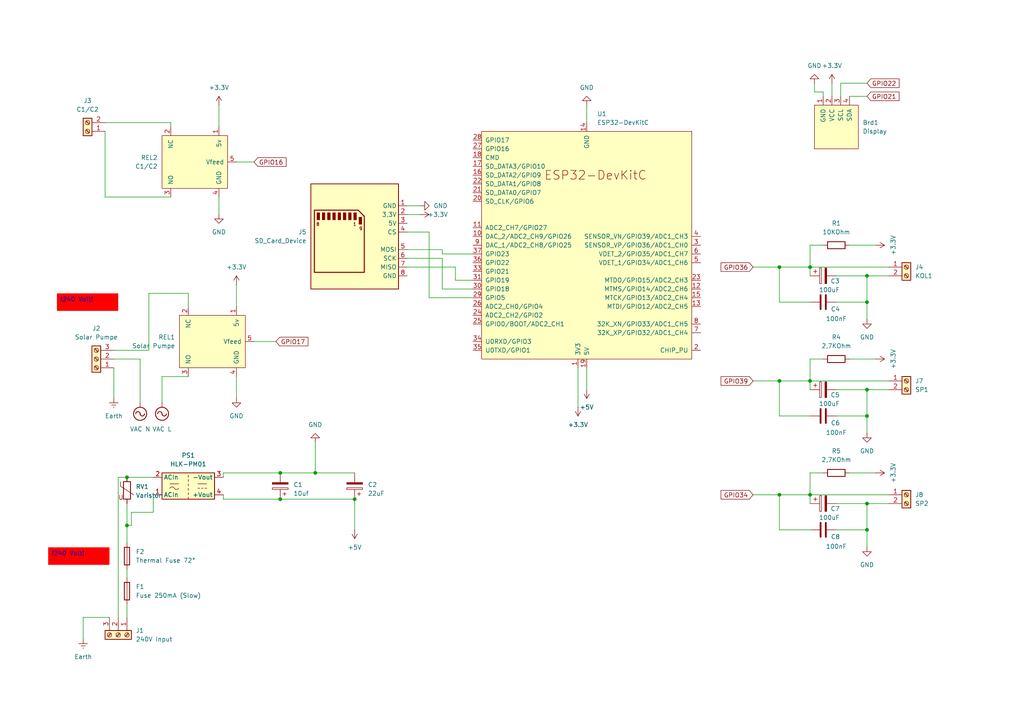
<source format=kicad_sch>
(kicad_sch
	(version 20231120)
	(generator "eeschema")
	(generator_version "8.0")
	(uuid "0187d347-795a-4edd-a017-de2ff3a6a028")
	(paper "A4")
	(title_block
		(title "VRS Replacement")
		(date "2025-01-08")
		(rev "1")
		(company "mlange")
	)
	(lib_symbols
		(symbol "Connector:SD_Card_Device"
			(exclude_from_sim no)
			(in_bom yes)
			(on_board yes)
			(property "Reference" "J"
				(at -11.938 17.018 0)
				(effects
					(font
						(size 1.27 1.27)
					)
				)
			)
			(property "Value" "SD_Card_Device"
				(at 9.144 -17.272 0)
				(effects
					(font
						(size 1.27 1.27)
					)
				)
			)
			(property "Footprint" ""
				(at 0 0 0)
				(effects
					(font
						(size 1.27 1.27)
					)
					(hide yes)
				)
			)
			(property "Datasheet" ""
				(at 0 0 0)
				(effects
					(font
						(size 1.27 1.27)
					)
					(hide yes)
				)
			)
			(property "Description" "MD-SD Card Module"
				(at 0 0 0)
				(effects
					(font
						(size 1.27 1.27)
					)
					(hide yes)
				)
			)
			(property "ki_keywords" "connector SD"
				(at 0 0 0)
				(effects
					(font
						(size 1.27 1.27)
					)
					(hide yes)
				)
			)
			(property "ki_fp_filters" "SD*Device*"
				(at 0 0 0)
				(effects
					(font
						(size 1.27 1.27)
					)
					(hide yes)
				)
			)
			(symbol "SD_Card_Device_0_1"
				(rectangle
					(start -2.032 6.858)
					(end -1.27 4.826)
					(stroke
						(width 0)
						(type default)
					)
					(fill
						(type outline)
					)
				)
				(rectangle
					(start -0.508 8.128)
					(end 0.254 6.096)
					(stroke
						(width 0)
						(type default)
					)
					(fill
						(type outline)
					)
				)
				(rectangle
					(start 1.016 8.128)
					(end 1.778 6.096)
					(stroke
						(width 0)
						(type default)
					)
					(fill
						(type outline)
					)
				)
				(rectangle
					(start 2.54 8.128)
					(end 3.302 6.096)
					(stroke
						(width 0)
						(type default)
					)
					(fill
						(type outline)
					)
				)
				(rectangle
					(start 4.064 8.128)
					(end 4.826 6.096)
					(stroke
						(width 0)
						(type default)
					)
					(fill
						(type outline)
					)
				)
				(rectangle
					(start 5.588 8.128)
					(end 6.35 6.096)
					(stroke
						(width 0)
						(type default)
					)
					(fill
						(type outline)
					)
				)
				(rectangle
					(start 7.112 8.128)
					(end 7.874 6.096)
					(stroke
						(width 0)
						(type default)
					)
					(fill
						(type outline)
					)
				)
				(rectangle
					(start 8.636 8.128)
					(end 9.398 6.096)
					(stroke
						(width 0)
						(type default)
					)
					(fill
						(type outline)
					)
				)
				(rectangle
					(start 10.16 8.128)
					(end 10.922 6.096)
					(stroke
						(width 0)
						(type default)
					)
					(fill
						(type outline)
					)
				)
			)
			(symbol "SD_Card_Device_1_1"
				(rectangle
					(start -12.7 16.51)
					(end 12.7 -13.97)
					(stroke
						(width 0.254)
						(type default)
					)
					(fill
						(type background)
					)
				)
				(polyline
					(pts
						(xy -1.016 8.89) (xy 11.684 8.89) (xy 11.684 -9.144) (xy -2.794 -9.144) (xy -2.794 7.112) (xy -1.016 8.89)
					)
					(stroke
						(width 0.3)
						(type default)
					)
					(fill
						(type none)
					)
				)
				(text "1"
					(at 0 4.826 0)
					(effects
						(font
							(size 0.9 0.9)
						)
					)
				)
				(text "8"
					(at 10.668 4.826 0)
					(effects
						(font
							(size 0.9 0.9)
						)
					)
				)
				(text "9"
					(at -1.778 3.556 0)
					(effects
						(font
							(size 0.9 0.9)
						)
					)
				)
				(pin output line
					(at -15.24 10.16 0)
					(length 2.54)
					(name "GND"
						(effects
							(font
								(size 1.27 1.27)
							)
						)
					)
					(number "1"
						(effects
							(font
								(size 1.27 1.27)
							)
						)
					)
				)
				(pin input line
					(at -15.24 7.62 0)
					(length 2.54)
					(name "3,3V"
						(effects
							(font
								(size 1.27 1.27)
							)
						)
					)
					(number "2"
						(effects
							(font
								(size 1.27 1.27)
							)
						)
					)
				)
				(pin input line
					(at -15.24 5.08 0)
					(length 2.54)
					(name "5V"
						(effects
							(font
								(size 1.27 1.27)
							)
						)
					)
					(number "3"
						(effects
							(font
								(size 1.27 1.27)
							)
						)
					)
				)
				(pin bidirectional line
					(at -15.24 2.54 0)
					(length 2.54)
					(name "CS"
						(effects
							(font
								(size 1.27 1.27)
							)
						)
					)
					(number "4"
						(effects
							(font
								(size 1.27 1.27)
							)
						)
					)
				)
				(pin bidirectional line
					(at -15.24 -2.54 0)
					(length 2.54)
					(name "MOSI"
						(effects
							(font
								(size 1.27 1.27)
							)
						)
					)
					(number "5"
						(effects
							(font
								(size 1.27 1.27)
							)
						)
					)
				)
				(pin bidirectional line
					(at -15.24 -5.08 0)
					(length 2.54)
					(name "SCK"
						(effects
							(font
								(size 1.27 1.27)
							)
						)
					)
					(number "6"
						(effects
							(font
								(size 1.27 1.27)
							)
						)
					)
				)
				(pin bidirectional line
					(at -15.24 -7.62 0)
					(length 2.54)
					(name "MISO"
						(effects
							(font
								(size 1.27 1.27)
							)
						)
					)
					(number "7"
						(effects
							(font
								(size 1.27 1.27)
							)
						)
					)
				)
				(pin output line
					(at -15.24 -10.16 0)
					(length 2.54)
					(name "GND"
						(effects
							(font
								(size 1.27 1.27)
							)
						)
					)
					(number "8"
						(effects
							(font
								(size 1.27 1.27)
							)
						)
					)
				)
			)
		)
		(symbol "Connector:Screw_Terminal_01x02"
			(pin_names
				(offset 1.016) hide)
			(exclude_from_sim no)
			(in_bom yes)
			(on_board yes)
			(property "Reference" "J"
				(at 0 2.54 0)
				(effects
					(font
						(size 1.27 1.27)
					)
				)
			)
			(property "Value" "Screw_Terminal_01x02"
				(at 0 -5.08 0)
				(effects
					(font
						(size 1.27 1.27)
					)
				)
			)
			(property "Footprint" ""
				(at 0 0 0)
				(effects
					(font
						(size 1.27 1.27)
					)
					(hide yes)
				)
			)
			(property "Datasheet" "~"
				(at 0 0 0)
				(effects
					(font
						(size 1.27 1.27)
					)
					(hide yes)
				)
			)
			(property "Description" "Generic screw terminal, single row, 01x02, script generated (kicad-library-utils/schlib/autogen/connector/)"
				(at 0 0 0)
				(effects
					(font
						(size 1.27 1.27)
					)
					(hide yes)
				)
			)
			(property "ki_keywords" "screw terminal"
				(at 0 0 0)
				(effects
					(font
						(size 1.27 1.27)
					)
					(hide yes)
				)
			)
			(property "ki_fp_filters" "TerminalBlock*:*"
				(at 0 0 0)
				(effects
					(font
						(size 1.27 1.27)
					)
					(hide yes)
				)
			)
			(symbol "Screw_Terminal_01x02_1_1"
				(rectangle
					(start -1.27 1.27)
					(end 1.27 -3.81)
					(stroke
						(width 0.254)
						(type default)
					)
					(fill
						(type background)
					)
				)
				(circle
					(center 0 -2.54)
					(radius 0.635)
					(stroke
						(width 0.1524)
						(type default)
					)
					(fill
						(type none)
					)
				)
				(polyline
					(pts
						(xy -0.5334 -2.2098) (xy 0.3302 -3.048)
					)
					(stroke
						(width 0.1524)
						(type default)
					)
					(fill
						(type none)
					)
				)
				(polyline
					(pts
						(xy -0.5334 0.3302) (xy 0.3302 -0.508)
					)
					(stroke
						(width 0.1524)
						(type default)
					)
					(fill
						(type none)
					)
				)
				(polyline
					(pts
						(xy -0.3556 -2.032) (xy 0.508 -2.8702)
					)
					(stroke
						(width 0.1524)
						(type default)
					)
					(fill
						(type none)
					)
				)
				(polyline
					(pts
						(xy -0.3556 0.508) (xy 0.508 -0.3302)
					)
					(stroke
						(width 0.1524)
						(type default)
					)
					(fill
						(type none)
					)
				)
				(circle
					(center 0 0)
					(radius 0.635)
					(stroke
						(width 0.1524)
						(type default)
					)
					(fill
						(type none)
					)
				)
				(pin passive line
					(at -5.08 0 0)
					(length 3.81)
					(name "Pin_1"
						(effects
							(font
								(size 1.27 1.27)
							)
						)
					)
					(number "1"
						(effects
							(font
								(size 1.27 1.27)
							)
						)
					)
				)
				(pin passive line
					(at -5.08 -2.54 0)
					(length 3.81)
					(name "Pin_2"
						(effects
							(font
								(size 1.27 1.27)
							)
						)
					)
					(number "2"
						(effects
							(font
								(size 1.27 1.27)
							)
						)
					)
				)
			)
		)
		(symbol "Connector:Screw_Terminal_01x03"
			(pin_names
				(offset 1.016) hide)
			(exclude_from_sim no)
			(in_bom yes)
			(on_board yes)
			(property "Reference" "J"
				(at 0 5.08 0)
				(effects
					(font
						(size 1.27 1.27)
					)
				)
			)
			(property "Value" "Screw_Terminal_01x03"
				(at 0 -5.08 0)
				(effects
					(font
						(size 1.27 1.27)
					)
				)
			)
			(property "Footprint" ""
				(at 0 0 0)
				(effects
					(font
						(size 1.27 1.27)
					)
					(hide yes)
				)
			)
			(property "Datasheet" "~"
				(at 0 0 0)
				(effects
					(font
						(size 1.27 1.27)
					)
					(hide yes)
				)
			)
			(property "Description" "Generic screw terminal, single row, 01x03, script generated (kicad-library-utils/schlib/autogen/connector/)"
				(at 0 0 0)
				(effects
					(font
						(size 1.27 1.27)
					)
					(hide yes)
				)
			)
			(property "ki_keywords" "screw terminal"
				(at 0 0 0)
				(effects
					(font
						(size 1.27 1.27)
					)
					(hide yes)
				)
			)
			(property "ki_fp_filters" "TerminalBlock*:*"
				(at 0 0 0)
				(effects
					(font
						(size 1.27 1.27)
					)
					(hide yes)
				)
			)
			(symbol "Screw_Terminal_01x03_1_1"
				(rectangle
					(start -1.27 3.81)
					(end 1.27 -3.81)
					(stroke
						(width 0.254)
						(type default)
					)
					(fill
						(type background)
					)
				)
				(circle
					(center 0 -2.54)
					(radius 0.635)
					(stroke
						(width 0.1524)
						(type default)
					)
					(fill
						(type none)
					)
				)
				(polyline
					(pts
						(xy -0.5334 -2.2098) (xy 0.3302 -3.048)
					)
					(stroke
						(width 0.1524)
						(type default)
					)
					(fill
						(type none)
					)
				)
				(polyline
					(pts
						(xy -0.5334 0.3302) (xy 0.3302 -0.508)
					)
					(stroke
						(width 0.1524)
						(type default)
					)
					(fill
						(type none)
					)
				)
				(polyline
					(pts
						(xy -0.5334 2.8702) (xy 0.3302 2.032)
					)
					(stroke
						(width 0.1524)
						(type default)
					)
					(fill
						(type none)
					)
				)
				(polyline
					(pts
						(xy -0.3556 -2.032) (xy 0.508 -2.8702)
					)
					(stroke
						(width 0.1524)
						(type default)
					)
					(fill
						(type none)
					)
				)
				(polyline
					(pts
						(xy -0.3556 0.508) (xy 0.508 -0.3302)
					)
					(stroke
						(width 0.1524)
						(type default)
					)
					(fill
						(type none)
					)
				)
				(polyline
					(pts
						(xy -0.3556 3.048) (xy 0.508 2.2098)
					)
					(stroke
						(width 0.1524)
						(type default)
					)
					(fill
						(type none)
					)
				)
				(circle
					(center 0 0)
					(radius 0.635)
					(stroke
						(width 0.1524)
						(type default)
					)
					(fill
						(type none)
					)
				)
				(circle
					(center 0 2.54)
					(radius 0.635)
					(stroke
						(width 0.1524)
						(type default)
					)
					(fill
						(type none)
					)
				)
				(pin passive line
					(at -5.08 2.54 0)
					(length 3.81)
					(name "Pin_1"
						(effects
							(font
								(size 1.27 1.27)
							)
						)
					)
					(number "1"
						(effects
							(font
								(size 1.27 1.27)
							)
						)
					)
				)
				(pin passive line
					(at -5.08 0 0)
					(length 3.81)
					(name "Pin_2"
						(effects
							(font
								(size 1.27 1.27)
							)
						)
					)
					(number "2"
						(effects
							(font
								(size 1.27 1.27)
							)
						)
					)
				)
				(pin passive line
					(at -5.08 -2.54 0)
					(length 3.81)
					(name "Pin_3"
						(effects
							(font
								(size 1.27 1.27)
							)
						)
					)
					(number "3"
						(effects
							(font
								(size 1.27 1.27)
							)
						)
					)
				)
			)
		)
		(symbol "Converter_ACDC:HLK-PM01"
			(exclude_from_sim no)
			(in_bom yes)
			(on_board yes)
			(property "Reference" "PS1"
				(at 0 -8.89 0)
				(effects
					(font
						(size 1.27 1.27)
					)
				)
			)
			(property "Value" "HLK-PM01"
				(at 0 -6.35 0)
				(effects
					(font
						(size 1.27 1.27)
					)
				)
			)
			(property "Footprint" "Converter_ACDC:Converter_ACDC_Hi-Link_HLK-PMxx"
				(at 0 -7.62 0)
				(effects
					(font
						(size 1.27 1.27)
					)
					(hide yes)
				)
			)
			(property "Datasheet" "https://h.hlktech.com/download/ACDC%E7%94%B5%E6%BA%90%E6%A8%A1%E5%9D%973W%E7%B3%BB%E5%88%97/1/%E6%B5%B7%E5%87%8C%E7%A7%913W%E7%B3%BB%E5%88%97%E7%94%B5%E6%BA%90%E6%A8%A1%E5%9D%97%E8%A7%84%E6%A0%BC%E4%B9%A6V2.8.pdf"
				(at 10.16 -8.89 0)
				(effects
					(font
						(size 1.27 1.27)
					)
					(hide yes)
				)
			)
			(property "Description" "Compact AC/DC board mount power module 3W 5V"
				(at 0 0 0)
				(effects
					(font
						(size 1.27 1.27)
					)
					(hide yes)
				)
			)
			(property "ki_keywords" "AC/DC module power supply"
				(at 0 0 0)
				(effects
					(font
						(size 1.27 1.27)
					)
					(hide yes)
				)
			)
			(property "ki_fp_filters" "Converter*ACDC*Hi?Link*HLK?PM*"
				(at 0 0 0)
				(effects
					(font
						(size 1.27 1.27)
					)
					(hide yes)
				)
			)
			(symbol "HLK-PM01_0_1"
				(rectangle
					(start -7.62 3.81)
					(end 7.62 -3.81)
					(stroke
						(width 0.254)
						(type default)
					)
					(fill
						(type background)
					)
				)
				(arc
					(start -5.334 0.635)
					(mid -4.699 0.2495)
					(end -4.064 0.635)
					(stroke
						(width 0)
						(type default)
					)
					(fill
						(type none)
					)
				)
				(arc
					(start -2.794 0.635)
					(mid -3.429 1.0072)
					(end -4.064 0.635)
					(stroke
						(width 0)
						(type default)
					)
					(fill
						(type none)
					)
				)
				(polyline
					(pts
						(xy -5.334 -0.635) (xy -2.794 -0.635)
					)
					(stroke
						(width 0)
						(type default)
					)
					(fill
						(type none)
					)
				)
				(polyline
					(pts
						(xy 0 -2.54) (xy 0 -3.175)
					)
					(stroke
						(width 0)
						(type default)
					)
					(fill
						(type none)
					)
				)
				(polyline
					(pts
						(xy 0 -1.27) (xy 0 -1.905)
					)
					(stroke
						(width 0)
						(type default)
					)
					(fill
						(type none)
					)
				)
				(polyline
					(pts
						(xy 0 0) (xy 0 -0.635)
					)
					(stroke
						(width 0)
						(type default)
					)
					(fill
						(type none)
					)
				)
				(polyline
					(pts
						(xy 0 1.27) (xy 0 0.635)
					)
					(stroke
						(width 0)
						(type default)
					)
					(fill
						(type none)
					)
				)
				(polyline
					(pts
						(xy 0 2.54) (xy 0 1.905)
					)
					(stroke
						(width 0)
						(type default)
					)
					(fill
						(type none)
					)
				)
				(polyline
					(pts
						(xy 0 3.81) (xy 0 3.175)
					)
					(stroke
						(width 0)
						(type default)
					)
					(fill
						(type none)
					)
				)
				(polyline
					(pts
						(xy 2.794 -0.635) (xy 5.334 -0.635)
					)
					(stroke
						(width 0)
						(type default)
					)
					(fill
						(type none)
					)
				)
				(polyline
					(pts
						(xy 2.794 0.635) (xy 3.302 0.635)
					)
					(stroke
						(width 0)
						(type default)
					)
					(fill
						(type none)
					)
				)
				(polyline
					(pts
						(xy 3.81 0.635) (xy 4.318 0.635)
					)
					(stroke
						(width 0)
						(type default)
					)
					(fill
						(type none)
					)
				)
				(polyline
					(pts
						(xy 4.826 0.635) (xy 5.334 0.635)
					)
					(stroke
						(width 0)
						(type default)
					)
					(fill
						(type none)
					)
				)
			)
			(symbol "HLK-PM01_1_1"
				(pin power_in line
					(at -10.16 2.54 0)
					(length 2.54)
					(name "ACIn"
						(effects
							(font
								(size 1.27 1.27)
							)
						)
					)
					(number "1"
						(effects
							(font
								(size 1.27 1.27)
							)
						)
					)
				)
				(pin power_in line
					(at -10.16 -2.54 0)
					(length 2.54)
					(name "ACIn"
						(effects
							(font
								(size 1.27 1.27)
							)
						)
					)
					(number "2"
						(effects
							(font
								(size 1.27 1.27)
							)
						)
					)
				)
				(pin power_out line
					(at 10.16 -2.54 180)
					(length 2.54)
					(name "-Vout"
						(effects
							(font
								(size 1.27 1.27)
							)
						)
					)
					(number "3"
						(effects
							(font
								(size 1.27 1.27)
							)
						)
					)
				)
				(pin power_out line
					(at 10.16 2.54 180)
					(length 2.54)
					(name "+Vout"
						(effects
							(font
								(size 1.27 1.27)
							)
						)
					)
					(number "4"
						(effects
							(font
								(size 1.27 1.27)
							)
						)
					)
				)
			)
		)
		(symbol "Device:C"
			(pin_numbers hide)
			(pin_names
				(offset 0.254)
			)
			(exclude_from_sim no)
			(in_bom yes)
			(on_board yes)
			(property "Reference" "C"
				(at 0.635 2.54 0)
				(effects
					(font
						(size 1.27 1.27)
					)
					(justify left)
				)
			)
			(property "Value" "C"
				(at 0.635 -2.54 0)
				(effects
					(font
						(size 1.27 1.27)
					)
					(justify left)
				)
			)
			(property "Footprint" ""
				(at 0.9652 -3.81 0)
				(effects
					(font
						(size 1.27 1.27)
					)
					(hide yes)
				)
			)
			(property "Datasheet" "~"
				(at 0 0 0)
				(effects
					(font
						(size 1.27 1.27)
					)
					(hide yes)
				)
			)
			(property "Description" "Unpolarized capacitor"
				(at 0 0 0)
				(effects
					(font
						(size 1.27 1.27)
					)
					(hide yes)
				)
			)
			(property "ki_keywords" "cap capacitor"
				(at 0 0 0)
				(effects
					(font
						(size 1.27 1.27)
					)
					(hide yes)
				)
			)
			(property "ki_fp_filters" "C_*"
				(at 0 0 0)
				(effects
					(font
						(size 1.27 1.27)
					)
					(hide yes)
				)
			)
			(symbol "C_0_1"
				(polyline
					(pts
						(xy -2.032 -0.762) (xy 2.032 -0.762)
					)
					(stroke
						(width 0.508)
						(type default)
					)
					(fill
						(type none)
					)
				)
				(polyline
					(pts
						(xy -2.032 0.762) (xy 2.032 0.762)
					)
					(stroke
						(width 0.508)
						(type default)
					)
					(fill
						(type none)
					)
				)
			)
			(symbol "C_1_1"
				(pin passive line
					(at 0 3.81 270)
					(length 2.794)
					(name "~"
						(effects
							(font
								(size 1.27 1.27)
							)
						)
					)
					(number "1"
						(effects
							(font
								(size 1.27 1.27)
							)
						)
					)
				)
				(pin passive line
					(at 0 -3.81 90)
					(length 2.794)
					(name "~"
						(effects
							(font
								(size 1.27 1.27)
							)
						)
					)
					(number "2"
						(effects
							(font
								(size 1.27 1.27)
							)
						)
					)
				)
			)
		)
		(symbol "Device:C_Polarized"
			(pin_numbers hide)
			(pin_names
				(offset 0.254)
			)
			(exclude_from_sim no)
			(in_bom yes)
			(on_board yes)
			(property "Reference" "C"
				(at 0.635 2.54 0)
				(effects
					(font
						(size 1.27 1.27)
					)
					(justify left)
				)
			)
			(property "Value" "C_Polarized"
				(at 0.635 -2.54 0)
				(effects
					(font
						(size 1.27 1.27)
					)
					(justify left)
				)
			)
			(property "Footprint" ""
				(at 0.9652 -3.81 0)
				(effects
					(font
						(size 1.27 1.27)
					)
					(hide yes)
				)
			)
			(property "Datasheet" "~"
				(at 0 0 0)
				(effects
					(font
						(size 1.27 1.27)
					)
					(hide yes)
				)
			)
			(property "Description" "Polarized capacitor"
				(at 0 0 0)
				(effects
					(font
						(size 1.27 1.27)
					)
					(hide yes)
				)
			)
			(property "ki_keywords" "cap capacitor"
				(at 0 0 0)
				(effects
					(font
						(size 1.27 1.27)
					)
					(hide yes)
				)
			)
			(property "ki_fp_filters" "CP_*"
				(at 0 0 0)
				(effects
					(font
						(size 1.27 1.27)
					)
					(hide yes)
				)
			)
			(symbol "C_Polarized_0_1"
				(rectangle
					(start -2.286 0.508)
					(end 2.286 1.016)
					(stroke
						(width 0)
						(type default)
					)
					(fill
						(type none)
					)
				)
				(polyline
					(pts
						(xy -1.778 2.286) (xy -0.762 2.286)
					)
					(stroke
						(width 0)
						(type default)
					)
					(fill
						(type none)
					)
				)
				(polyline
					(pts
						(xy -1.27 2.794) (xy -1.27 1.778)
					)
					(stroke
						(width 0)
						(type default)
					)
					(fill
						(type none)
					)
				)
				(rectangle
					(start 2.286 -0.508)
					(end -2.286 -1.016)
					(stroke
						(width 0)
						(type default)
					)
					(fill
						(type outline)
					)
				)
			)
			(symbol "C_Polarized_1_1"
				(pin passive line
					(at 0 3.81 270)
					(length 2.794)
					(name "~"
						(effects
							(font
								(size 1.27 1.27)
							)
						)
					)
					(number "1"
						(effects
							(font
								(size 1.27 1.27)
							)
						)
					)
				)
				(pin passive line
					(at 0 -3.81 90)
					(length 2.794)
					(name "~"
						(effects
							(font
								(size 1.27 1.27)
							)
						)
					)
					(number "2"
						(effects
							(font
								(size 1.27 1.27)
							)
						)
					)
				)
			)
		)
		(symbol "Device:Fuse"
			(pin_numbers hide)
			(pin_names
				(offset 0)
			)
			(exclude_from_sim no)
			(in_bom yes)
			(on_board yes)
			(property "Reference" "F"
				(at 2.032 0 90)
				(effects
					(font
						(size 1.27 1.27)
					)
				)
			)
			(property "Value" "Fuse"
				(at -1.905 0 90)
				(effects
					(font
						(size 1.27 1.27)
					)
				)
			)
			(property "Footprint" ""
				(at -1.778 0 90)
				(effects
					(font
						(size 1.27 1.27)
					)
					(hide yes)
				)
			)
			(property "Datasheet" "~"
				(at 0 0 0)
				(effects
					(font
						(size 1.27 1.27)
					)
					(hide yes)
				)
			)
			(property "Description" "Fuse"
				(at 0 0 0)
				(effects
					(font
						(size 1.27 1.27)
					)
					(hide yes)
				)
			)
			(property "ki_keywords" "fuse"
				(at 0 0 0)
				(effects
					(font
						(size 1.27 1.27)
					)
					(hide yes)
				)
			)
			(property "ki_fp_filters" "*Fuse*"
				(at 0 0 0)
				(effects
					(font
						(size 1.27 1.27)
					)
					(hide yes)
				)
			)
			(symbol "Fuse_0_1"
				(rectangle
					(start -0.762 -2.54)
					(end 0.762 2.54)
					(stroke
						(width 0.254)
						(type default)
					)
					(fill
						(type none)
					)
				)
				(polyline
					(pts
						(xy 0 2.54) (xy 0 -2.54)
					)
					(stroke
						(width 0)
						(type default)
					)
					(fill
						(type none)
					)
				)
			)
			(symbol "Fuse_1_1"
				(pin passive line
					(at 0 3.81 270)
					(length 1.27)
					(name "~"
						(effects
							(font
								(size 1.27 1.27)
							)
						)
					)
					(number "1"
						(effects
							(font
								(size 1.27 1.27)
							)
						)
					)
				)
				(pin passive line
					(at 0 -3.81 90)
					(length 1.27)
					(name "~"
						(effects
							(font
								(size 1.27 1.27)
							)
						)
					)
					(number "2"
						(effects
							(font
								(size 1.27 1.27)
							)
						)
					)
				)
			)
		)
		(symbol "Device:R"
			(pin_numbers hide)
			(pin_names
				(offset 0)
			)
			(exclude_from_sim no)
			(in_bom yes)
			(on_board yes)
			(property "Reference" "R"
				(at 2.032 0 90)
				(effects
					(font
						(size 1.27 1.27)
					)
				)
			)
			(property "Value" "R"
				(at 0 0 90)
				(effects
					(font
						(size 1.27 1.27)
					)
				)
			)
			(property "Footprint" ""
				(at -1.778 0 90)
				(effects
					(font
						(size 1.27 1.27)
					)
					(hide yes)
				)
			)
			(property "Datasheet" "~"
				(at 0 0 0)
				(effects
					(font
						(size 1.27 1.27)
					)
					(hide yes)
				)
			)
			(property "Description" "Resistor"
				(at 0 0 0)
				(effects
					(font
						(size 1.27 1.27)
					)
					(hide yes)
				)
			)
			(property "ki_keywords" "R res resistor"
				(at 0 0 0)
				(effects
					(font
						(size 1.27 1.27)
					)
					(hide yes)
				)
			)
			(property "ki_fp_filters" "R_*"
				(at 0 0 0)
				(effects
					(font
						(size 1.27 1.27)
					)
					(hide yes)
				)
			)
			(symbol "R_0_1"
				(rectangle
					(start -1.016 -2.54)
					(end 1.016 2.54)
					(stroke
						(width 0.254)
						(type default)
					)
					(fill
						(type none)
					)
				)
			)
			(symbol "R_1_1"
				(pin passive line
					(at 0 3.81 270)
					(length 1.27)
					(name "~"
						(effects
							(font
								(size 1.27 1.27)
							)
						)
					)
					(number "1"
						(effects
							(font
								(size 1.27 1.27)
							)
						)
					)
				)
				(pin passive line
					(at 0 -3.81 90)
					(length 1.27)
					(name "~"
						(effects
							(font
								(size 1.27 1.27)
							)
						)
					)
					(number "2"
						(effects
							(font
								(size 1.27 1.27)
							)
						)
					)
				)
			)
		)
		(symbol "Device:Varistor"
			(pin_numbers hide)
			(pin_names
				(offset 0)
			)
			(exclude_from_sim no)
			(in_bom yes)
			(on_board yes)
			(property "Reference" "RV"
				(at 3.175 0 90)
				(effects
					(font
						(size 1.27 1.27)
					)
				)
			)
			(property "Value" "Varistor"
				(at -3.175 0 90)
				(effects
					(font
						(size 1.27 1.27)
					)
				)
			)
			(property "Footprint" ""
				(at -1.778 0 90)
				(effects
					(font
						(size 1.27 1.27)
					)
					(hide yes)
				)
			)
			(property "Datasheet" "~"
				(at 0 0 0)
				(effects
					(font
						(size 1.27 1.27)
					)
					(hide yes)
				)
			)
			(property "Description" "Voltage dependent resistor"
				(at 0 0 0)
				(effects
					(font
						(size 1.27 1.27)
					)
					(hide yes)
				)
			)
			(property "Sim.Name" "kicad_builtin_varistor"
				(at 0 0 0)
				(effects
					(font
						(size 1.27 1.27)
					)
					(hide yes)
				)
			)
			(property "Sim.Device" "SUBCKT"
				(at 0 0 0)
				(effects
					(font
						(size 1.27 1.27)
					)
					(hide yes)
				)
			)
			(property "Sim.Pins" "1=A 2=B"
				(at 0 0 0)
				(effects
					(font
						(size 1.27 1.27)
					)
					(hide yes)
				)
			)
			(property "Sim.Params" "threshold=1k"
				(at 0 0 0)
				(effects
					(font
						(size 1.27 1.27)
					)
					(hide yes)
				)
			)
			(property "Sim.Library" "${KICAD7_SYMBOL_DIR}/Simulation_SPICE.sp"
				(at 0 0 0)
				(effects
					(font
						(size 1.27 1.27)
					)
					(hide yes)
				)
			)
			(property "ki_keywords" "VDR resistance"
				(at 0 0 0)
				(effects
					(font
						(size 1.27 1.27)
					)
					(hide yes)
				)
			)
			(property "ki_fp_filters" "RV_* Varistor*"
				(at 0 0 0)
				(effects
					(font
						(size 1.27 1.27)
					)
					(hide yes)
				)
			)
			(symbol "Varistor_0_0"
				(text "U"
					(at -1.778 -2.032 0)
					(effects
						(font
							(size 1.27 1.27)
						)
					)
				)
			)
			(symbol "Varistor_0_1"
				(rectangle
					(start -1.016 -2.54)
					(end 1.016 2.54)
					(stroke
						(width 0.254)
						(type default)
					)
					(fill
						(type none)
					)
				)
				(polyline
					(pts
						(xy -1.905 2.54) (xy -1.905 1.27) (xy 1.905 -1.27)
					)
					(stroke
						(width 0)
						(type default)
					)
					(fill
						(type none)
					)
				)
			)
			(symbol "Varistor_1_1"
				(pin passive line
					(at 0 3.81 270)
					(length 1.27)
					(name "~"
						(effects
							(font
								(size 1.27 1.27)
							)
						)
					)
					(number "1"
						(effects
							(font
								(size 1.27 1.27)
							)
						)
					)
				)
				(pin passive line
					(at 0 -3.81 90)
					(length 1.27)
					(name "~"
						(effects
							(font
								(size 1.27 1.27)
							)
						)
					)
					(number "2"
						(effects
							(font
								(size 1.27 1.27)
							)
						)
					)
				)
			)
		)
		(symbol "PCM_Espressif:ESP32-DevKitC"
			(pin_names
				(offset 1.016)
			)
			(exclude_from_sim no)
			(in_bom yes)
			(on_board yes)
			(property "Reference" "U"
				(at -30.48 38.1 0)
				(effects
					(font
						(size 1.27 1.27)
					)
					(justify left)
				)
			)
			(property "Value" "ESP32-DevKitC"
				(at -30.48 35.56 0)
				(effects
					(font
						(size 1.27 1.27)
					)
					(justify left)
				)
			)
			(property "Footprint" "PCM_Espressif:ESP32-DevKitC"
				(at 0 -43.18 0)
				(effects
					(font
						(size 1.27 1.27)
					)
					(hide yes)
				)
			)
			(property "Datasheet" "https://docs.espressif.com/projects/esp-idf/zh_CN/latest/esp32/hw-reference/esp32/get-started-devkitc.html"
				(at 0 -45.72 0)
				(effects
					(font
						(size 1.27 1.27)
					)
					(hide yes)
				)
			)
			(property "Description" "Development Kit"
				(at 0 0 0)
				(effects
					(font
						(size 1.27 1.27)
					)
					(hide yes)
				)
			)
			(property "ki_keywords" "ESP32"
				(at 0 0 0)
				(effects
					(font
						(size 1.27 1.27)
					)
					(hide yes)
				)
			)
			(symbol "ESP32-DevKitC_0_0"
				(text "ESP32-DevKitC"
					(at -2.54 -20.32 0)
					(effects
						(font
							(size 2.54 2.54)
						)
					)
				)
				(pin power_in line
					(at 0 -35.56 90)
					(length 2.54)
					(name "GND"
						(effects
							(font
								(size 1.27 1.27)
							)
						)
					)
					(number "14"
						(effects
							(font
								(size 1.27 1.27)
							)
						)
					)
				)
				(pin power_in line
					(at 0 35.56 270)
					(length 2.54)
					(name "5V"
						(effects
							(font
								(size 1.27 1.27)
							)
						)
					)
					(number "19"
						(effects
							(font
								(size 1.27 1.27)
							)
						)
					)
				)
			)
			(symbol "ESP32-DevKitC_0_1"
				(rectangle
					(start -30.48 33.02)
					(end 30.48 -33.02)
					(stroke
						(width 0)
						(type default)
					)
					(fill
						(type background)
					)
				)
			)
			(symbol "ESP32-DevKitC_1_1"
				(pin power_in line
					(at 2.54 35.56 270)
					(length 2.54)
					(name "3V3"
						(effects
							(font
								(size 1.27 1.27)
							)
						)
					)
					(number "1"
						(effects
							(font
								(size 1.27 1.27)
							)
						)
					)
				)
				(pin bidirectional line
					(at 33.02 -2.54 180)
					(length 2.54)
					(name "DAC_2/ADC2_CH9/GPIO26"
						(effects
							(font
								(size 1.27 1.27)
							)
						)
					)
					(number "10"
						(effects
							(font
								(size 1.27 1.27)
							)
						)
					)
				)
				(pin bidirectional line
					(at 33.02 -5.08 180)
					(length 2.54)
					(name "ADC2_CH7/GPIO27"
						(effects
							(font
								(size 1.27 1.27)
							)
						)
					)
					(number "11"
						(effects
							(font
								(size 1.27 1.27)
							)
						)
					)
				)
				(pin bidirectional line
					(at -33.02 12.7 0)
					(length 2.54)
					(name "MTMS/GPIO14/ADC2_CH6"
						(effects
							(font
								(size 1.27 1.27)
							)
						)
					)
					(number "12"
						(effects
							(font
								(size 1.27 1.27)
							)
						)
					)
				)
				(pin bidirectional line
					(at -33.02 17.78 0)
					(length 2.54)
					(name "MTDI/GPIO12/ADC2_CH5"
						(effects
							(font
								(size 1.27 1.27)
							)
						)
					)
					(number "13"
						(effects
							(font
								(size 1.27 1.27)
							)
						)
					)
				)
				(pin bidirectional line
					(at -33.02 15.24 0)
					(length 2.54)
					(name "MTCK/GPIO13/ADC2_CH4"
						(effects
							(font
								(size 1.27 1.27)
							)
						)
					)
					(number "15"
						(effects
							(font
								(size 1.27 1.27)
							)
						)
					)
				)
				(pin bidirectional line
					(at 33.02 -20.32 180)
					(length 2.54)
					(name "SD_DATA2/GPIO9"
						(effects
							(font
								(size 1.27 1.27)
							)
						)
					)
					(number "16"
						(effects
							(font
								(size 1.27 1.27)
							)
						)
					)
				)
				(pin bidirectional line
					(at 33.02 -22.86 180)
					(length 2.54)
					(name "SD_DATA3/GPIO10"
						(effects
							(font
								(size 1.27 1.27)
							)
						)
					)
					(number "17"
						(effects
							(font
								(size 1.27 1.27)
							)
						)
					)
				)
				(pin bidirectional line
					(at 33.02 -25.4 180)
					(length 2.54)
					(name "CMD"
						(effects
							(font
								(size 1.27 1.27)
							)
						)
					)
					(number "18"
						(effects
							(font
								(size 1.27 1.27)
							)
						)
					)
				)
				(pin input line
					(at -33.02 30.48 0)
					(length 2.54)
					(name "CHIP_PU"
						(effects
							(font
								(size 1.27 1.27)
							)
						)
					)
					(number "2"
						(effects
							(font
								(size 1.27 1.27)
							)
						)
					)
				)
				(pin bidirectional line
					(at 33.02 -12.7 180)
					(length 2.54)
					(name "SD_CLK/GPIO6"
						(effects
							(font
								(size 1.27 1.27)
							)
						)
					)
					(number "20"
						(effects
							(font
								(size 1.27 1.27)
							)
						)
					)
				)
				(pin bidirectional line
					(at 33.02 -15.24 180)
					(length 2.54)
					(name "SD_DATA0/GPIO7"
						(effects
							(font
								(size 1.27 1.27)
							)
						)
					)
					(number "21"
						(effects
							(font
								(size 1.27 1.27)
							)
						)
					)
				)
				(pin bidirectional line
					(at 33.02 -17.78 180)
					(length 2.54)
					(name "SD_DATA1/GPIO8"
						(effects
							(font
								(size 1.27 1.27)
							)
						)
					)
					(number "22"
						(effects
							(font
								(size 1.27 1.27)
							)
						)
					)
				)
				(pin bidirectional line
					(at -33.02 10.16 0)
					(length 2.54)
					(name "MTDO/GPIO15/ADC2_CH3"
						(effects
							(font
								(size 1.27 1.27)
							)
						)
					)
					(number "23"
						(effects
							(font
								(size 1.27 1.27)
							)
						)
					)
				)
				(pin bidirectional line
					(at 33.02 20.32 180)
					(length 2.54)
					(name "ADC2_CH2/GPIO2"
						(effects
							(font
								(size 1.27 1.27)
							)
						)
					)
					(number "24"
						(effects
							(font
								(size 1.27 1.27)
							)
						)
					)
				)
				(pin bidirectional line
					(at 33.02 22.86 180)
					(length 2.54)
					(name "GPIO0/BOOT/ADC2_CH1"
						(effects
							(font
								(size 1.27 1.27)
							)
						)
					)
					(number "25"
						(effects
							(font
								(size 1.27 1.27)
							)
						)
					)
				)
				(pin bidirectional line
					(at 33.02 17.78 180)
					(length 2.54)
					(name "ADC2_CH0/GPIO4"
						(effects
							(font
								(size 1.27 1.27)
							)
						)
					)
					(number "26"
						(effects
							(font
								(size 1.27 1.27)
							)
						)
					)
				)
				(pin bidirectional line
					(at 33.02 -27.94 180)
					(length 2.54)
					(name "GPIO16"
						(effects
							(font
								(size 1.27 1.27)
							)
						)
					)
					(number "27"
						(effects
							(font
								(size 1.27 1.27)
							)
						)
					)
				)
				(pin bidirectional line
					(at 33.02 -30.48 180)
					(length 2.54)
					(name "GPIO17"
						(effects
							(font
								(size 1.27 1.27)
							)
						)
					)
					(number "28"
						(effects
							(font
								(size 1.27 1.27)
							)
						)
					)
				)
				(pin bidirectional line
					(at 33.02 15.24 180)
					(length 2.54)
					(name "GPIO5"
						(effects
							(font
								(size 1.27 1.27)
							)
						)
					)
					(number "29"
						(effects
							(font
								(size 1.27 1.27)
							)
						)
					)
				)
				(pin input line
					(at -33.02 0 0)
					(length 2.54)
					(name "SENSOR_VP/GPIO36/ADC1_CH0"
						(effects
							(font
								(size 1.27 1.27)
							)
						)
					)
					(number "3"
						(effects
							(font
								(size 1.27 1.27)
							)
						)
					)
				)
				(pin bidirectional line
					(at 33.02 12.7 180)
					(length 2.54)
					(name "GPIO18"
						(effects
							(font
								(size 1.27 1.27)
							)
						)
					)
					(number "30"
						(effects
							(font
								(size 1.27 1.27)
							)
						)
					)
				)
				(pin bidirectional line
					(at 33.02 10.16 180)
					(length 2.54)
					(name "GPIO19"
						(effects
							(font
								(size 1.27 1.27)
							)
						)
					)
					(number "31"
						(effects
							(font
								(size 1.27 1.27)
							)
						)
					)
				)
				(pin passive line
					(at 0 -35.56 90)
					(length 2.54) hide
					(name "GND"
						(effects
							(font
								(size 1.27 1.27)
							)
						)
					)
					(number "32"
						(effects
							(font
								(size 1.27 1.27)
							)
						)
					)
				)
				(pin bidirectional line
					(at 33.02 7.62 180)
					(length 2.54)
					(name "GPIO21"
						(effects
							(font
								(size 1.27 1.27)
							)
						)
					)
					(number "33"
						(effects
							(font
								(size 1.27 1.27)
							)
						)
					)
				)
				(pin bidirectional line
					(at 33.02 27.94 180)
					(length 2.54)
					(name "U0RXD/GPIO3"
						(effects
							(font
								(size 1.27 1.27)
							)
						)
					)
					(number "34"
						(effects
							(font
								(size 1.27 1.27)
							)
						)
					)
				)
				(pin bidirectional line
					(at 33.02 30.48 180)
					(length 2.54)
					(name "U0TXD/GPIO1"
						(effects
							(font
								(size 1.27 1.27)
							)
						)
					)
					(number "35"
						(effects
							(font
								(size 1.27 1.27)
							)
						)
					)
				)
				(pin bidirectional line
					(at 33.02 5.08 180)
					(length 2.54)
					(name "GPIO22"
						(effects
							(font
								(size 1.27 1.27)
							)
						)
					)
					(number "36"
						(effects
							(font
								(size 1.27 1.27)
							)
						)
					)
				)
				(pin bidirectional line
					(at 33.02 2.54 180)
					(length 2.54)
					(name "GPIO23"
						(effects
							(font
								(size 1.27 1.27)
							)
						)
					)
					(number "37"
						(effects
							(font
								(size 1.27 1.27)
							)
						)
					)
				)
				(pin passive line
					(at 0 -35.56 90)
					(length 2.54) hide
					(name "GND"
						(effects
							(font
								(size 1.27 1.27)
							)
						)
					)
					(number "38"
						(effects
							(font
								(size 1.27 1.27)
							)
						)
					)
				)
				(pin input line
					(at -33.02 -2.54 0)
					(length 2.54)
					(name "SENSOR_VN/GPIO39/ADC1_CH3"
						(effects
							(font
								(size 1.27 1.27)
							)
						)
					)
					(number "4"
						(effects
							(font
								(size 1.27 1.27)
							)
						)
					)
				)
				(pin input line
					(at -33.02 5.08 0)
					(length 2.54)
					(name "VDET_1/GPIO34/ADC1_CH6"
						(effects
							(font
								(size 1.27 1.27)
							)
						)
					)
					(number "5"
						(effects
							(font
								(size 1.27 1.27)
							)
						)
					)
				)
				(pin input line
					(at -33.02 2.54 0)
					(length 2.54)
					(name "VDET_2/GPIO35/ADC1_CH7"
						(effects
							(font
								(size 1.27 1.27)
							)
						)
					)
					(number "6"
						(effects
							(font
								(size 1.27 1.27)
							)
						)
					)
				)
				(pin bidirectional line
					(at -33.02 25.4 0)
					(length 2.54)
					(name "32K_XP/GPIO32/ADC1_CH4"
						(effects
							(font
								(size 1.27 1.27)
							)
						)
					)
					(number "7"
						(effects
							(font
								(size 1.27 1.27)
							)
						)
					)
				)
				(pin bidirectional line
					(at -33.02 22.86 0)
					(length 2.54)
					(name "32K_XN/GPIO33/ADC1_CH5"
						(effects
							(font
								(size 1.27 1.27)
							)
						)
					)
					(number "8"
						(effects
							(font
								(size 1.27 1.27)
							)
						)
					)
				)
				(pin bidirectional line
					(at 33.02 0 180)
					(length 2.54)
					(name "DAC_1/ADC2_CH8/GPIO25"
						(effects
							(font
								(size 1.27 1.27)
							)
						)
					)
					(number "9"
						(effects
							(font
								(size 1.27 1.27)
							)
						)
					)
				)
			)
		)
		(symbol "SSD1306-128x64_OLED:SSD1306"
			(pin_names
				(offset 1.016)
			)
			(exclude_from_sim no)
			(in_bom yes)
			(on_board yes)
			(property "Reference" "Brd"
				(at 0 -3.81 0)
				(effects
					(font
						(size 1.27 1.27)
					)
				)
			)
			(property "Value" "SSD1306"
				(at 0 -1.27 0)
				(effects
					(font
						(size 1.27 1.27)
					)
				)
			)
			(property "Footprint" ""
				(at 0 6.35 0)
				(effects
					(font
						(size 1.27 1.27)
					)
					(hide yes)
				)
			)
			(property "Datasheet" ""
				(at 0 6.35 0)
				(effects
					(font
						(size 1.27 1.27)
					)
					(hide yes)
				)
			)
			(property "Description" "SSD1306 OLED"
				(at 0 0 0)
				(effects
					(font
						(size 1.27 1.27)
					)
					(hide yes)
				)
			)
			(property "ki_keywords" "SSD1306"
				(at 0 0 0)
				(effects
					(font
						(size 1.27 1.27)
					)
					(hide yes)
				)
			)
			(property "ki_fp_filters" "SSD1306-128x64_OLED:SSD1306"
				(at 0 0 0)
				(effects
					(font
						(size 1.27 1.27)
					)
					(hide yes)
				)
			)
			(symbol "SSD1306_0_1"
				(rectangle
					(start -6.35 6.35)
					(end 6.35 -6.35)
					(stroke
						(width 0)
						(type solid)
					)
					(fill
						(type background)
					)
				)
			)
			(symbol "SSD1306_1_1"
				(pin input line
					(at -3.81 8.89 270)
					(length 2.54)
					(name "GND"
						(effects
							(font
								(size 1.27 1.27)
							)
						)
					)
					(number "1"
						(effects
							(font
								(size 1.27 1.27)
							)
						)
					)
				)
				(pin input line
					(at -1.27 8.89 270)
					(length 2.54)
					(name "VCC"
						(effects
							(font
								(size 1.27 1.27)
							)
						)
					)
					(number "2"
						(effects
							(font
								(size 1.27 1.27)
							)
						)
					)
				)
				(pin input line
					(at 1.27 8.89 270)
					(length 2.54)
					(name "SCL"
						(effects
							(font
								(size 1.27 1.27)
							)
						)
					)
					(number "3"
						(effects
							(font
								(size 1.27 1.27)
							)
						)
					)
				)
				(pin input line
					(at 3.81 8.89 270)
					(length 2.54)
					(name "SDA"
						(effects
							(font
								(size 1.27 1.27)
							)
						)
					)
					(number "4"
						(effects
							(font
								(size 1.27 1.27)
							)
						)
					)
				)
			)
		)
		(symbol "power:+3.3V"
			(power)
			(pin_numbers hide)
			(pin_names
				(offset 0) hide)
			(exclude_from_sim no)
			(in_bom yes)
			(on_board yes)
			(property "Reference" "#PWR"
				(at 0 -3.81 0)
				(effects
					(font
						(size 1.27 1.27)
					)
					(hide yes)
				)
			)
			(property "Value" "+3.3V"
				(at 0 3.556 0)
				(effects
					(font
						(size 1.27 1.27)
					)
				)
			)
			(property "Footprint" ""
				(at 0 0 0)
				(effects
					(font
						(size 1.27 1.27)
					)
					(hide yes)
				)
			)
			(property "Datasheet" ""
				(at 0 0 0)
				(effects
					(font
						(size 1.27 1.27)
					)
					(hide yes)
				)
			)
			(property "Description" "Power symbol creates a global label with name \"+3.3V\""
				(at 0 0 0)
				(effects
					(font
						(size 1.27 1.27)
					)
					(hide yes)
				)
			)
			(property "ki_keywords" "global power"
				(at 0 0 0)
				(effects
					(font
						(size 1.27 1.27)
					)
					(hide yes)
				)
			)
			(symbol "+3.3V_0_1"
				(polyline
					(pts
						(xy -0.762 1.27) (xy 0 2.54)
					)
					(stroke
						(width 0)
						(type default)
					)
					(fill
						(type none)
					)
				)
				(polyline
					(pts
						(xy 0 0) (xy 0 2.54)
					)
					(stroke
						(width 0)
						(type default)
					)
					(fill
						(type none)
					)
				)
				(polyline
					(pts
						(xy 0 2.54) (xy 0.762 1.27)
					)
					(stroke
						(width 0)
						(type default)
					)
					(fill
						(type none)
					)
				)
			)
			(symbol "+3.3V_1_1"
				(pin power_in line
					(at 0 0 90)
					(length 0)
					(name "~"
						(effects
							(font
								(size 1.27 1.27)
							)
						)
					)
					(number "1"
						(effects
							(font
								(size 1.27 1.27)
							)
						)
					)
				)
			)
		)
		(symbol "power:+5V"
			(power)
			(pin_numbers hide)
			(pin_names
				(offset 0) hide)
			(exclude_from_sim no)
			(in_bom yes)
			(on_board yes)
			(property "Reference" "#PWR"
				(at 0 -3.81 0)
				(effects
					(font
						(size 1.27 1.27)
					)
					(hide yes)
				)
			)
			(property "Value" "+5V"
				(at 0 3.556 0)
				(effects
					(font
						(size 1.27 1.27)
					)
				)
			)
			(property "Footprint" ""
				(at 0 0 0)
				(effects
					(font
						(size 1.27 1.27)
					)
					(hide yes)
				)
			)
			(property "Datasheet" ""
				(at 0 0 0)
				(effects
					(font
						(size 1.27 1.27)
					)
					(hide yes)
				)
			)
			(property "Description" "Power symbol creates a global label with name \"+5V\""
				(at 0 0 0)
				(effects
					(font
						(size 1.27 1.27)
					)
					(hide yes)
				)
			)
			(property "ki_keywords" "global power"
				(at 0 0 0)
				(effects
					(font
						(size 1.27 1.27)
					)
					(hide yes)
				)
			)
			(symbol "+5V_0_1"
				(polyline
					(pts
						(xy -0.762 1.27) (xy 0 2.54)
					)
					(stroke
						(width 0)
						(type default)
					)
					(fill
						(type none)
					)
				)
				(polyline
					(pts
						(xy 0 0) (xy 0 2.54)
					)
					(stroke
						(width 0)
						(type default)
					)
					(fill
						(type none)
					)
				)
				(polyline
					(pts
						(xy 0 2.54) (xy 0.762 1.27)
					)
					(stroke
						(width 0)
						(type default)
					)
					(fill
						(type none)
					)
				)
			)
			(symbol "+5V_1_1"
				(pin power_in line
					(at 0 0 90)
					(length 0)
					(name "~"
						(effects
							(font
								(size 1.27 1.27)
							)
						)
					)
					(number "1"
						(effects
							(font
								(size 1.27 1.27)
							)
						)
					)
				)
			)
		)
		(symbol "power:Earth"
			(power)
			(pin_numbers hide)
			(pin_names
				(offset 0) hide)
			(exclude_from_sim no)
			(in_bom yes)
			(on_board yes)
			(property "Reference" "#PWR"
				(at 0 -6.35 0)
				(effects
					(font
						(size 1.27 1.27)
					)
					(hide yes)
				)
			)
			(property "Value" "Earth"
				(at 0 -3.81 0)
				(effects
					(font
						(size 1.27 1.27)
					)
				)
			)
			(property "Footprint" ""
				(at 0 0 0)
				(effects
					(font
						(size 1.27 1.27)
					)
					(hide yes)
				)
			)
			(property "Datasheet" "~"
				(at 0 0 0)
				(effects
					(font
						(size 1.27 1.27)
					)
					(hide yes)
				)
			)
			(property "Description" "Power symbol creates a global label with name \"Earth\""
				(at 0 0 0)
				(effects
					(font
						(size 1.27 1.27)
					)
					(hide yes)
				)
			)
			(property "ki_keywords" "global ground gnd"
				(at 0 0 0)
				(effects
					(font
						(size 1.27 1.27)
					)
					(hide yes)
				)
			)
			(symbol "Earth_0_1"
				(polyline
					(pts
						(xy -0.635 -1.905) (xy 0.635 -1.905)
					)
					(stroke
						(width 0)
						(type default)
					)
					(fill
						(type none)
					)
				)
				(polyline
					(pts
						(xy -0.127 -2.54) (xy 0.127 -2.54)
					)
					(stroke
						(width 0)
						(type default)
					)
					(fill
						(type none)
					)
				)
				(polyline
					(pts
						(xy 0 -1.27) (xy 0 0)
					)
					(stroke
						(width 0)
						(type default)
					)
					(fill
						(type none)
					)
				)
				(polyline
					(pts
						(xy 1.27 -1.27) (xy -1.27 -1.27)
					)
					(stroke
						(width 0)
						(type default)
					)
					(fill
						(type none)
					)
				)
			)
			(symbol "Earth_1_1"
				(pin power_in line
					(at 0 0 270)
					(length 0)
					(name "~"
						(effects
							(font
								(size 1.27 1.27)
							)
						)
					)
					(number "1"
						(effects
							(font
								(size 1.27 1.27)
							)
						)
					)
				)
			)
		)
		(symbol "power:GND"
			(power)
			(pin_numbers hide)
			(pin_names
				(offset 0) hide)
			(exclude_from_sim no)
			(in_bom yes)
			(on_board yes)
			(property "Reference" "#PWR"
				(at 0 -6.35 0)
				(effects
					(font
						(size 1.27 1.27)
					)
					(hide yes)
				)
			)
			(property "Value" "GND"
				(at 0 -3.81 0)
				(effects
					(font
						(size 1.27 1.27)
					)
				)
			)
			(property "Footprint" ""
				(at 0 0 0)
				(effects
					(font
						(size 1.27 1.27)
					)
					(hide yes)
				)
			)
			(property "Datasheet" ""
				(at 0 0 0)
				(effects
					(font
						(size 1.27 1.27)
					)
					(hide yes)
				)
			)
			(property "Description" "Power symbol creates a global label with name \"GND\" , ground"
				(at 0 0 0)
				(effects
					(font
						(size 1.27 1.27)
					)
					(hide yes)
				)
			)
			(property "ki_keywords" "global power"
				(at 0 0 0)
				(effects
					(font
						(size 1.27 1.27)
					)
					(hide yes)
				)
			)
			(symbol "GND_0_1"
				(polyline
					(pts
						(xy 0 0) (xy 0 -1.27) (xy 1.27 -1.27) (xy 0 -2.54) (xy -1.27 -1.27) (xy 0 -1.27)
					)
					(stroke
						(width 0)
						(type default)
					)
					(fill
						(type none)
					)
				)
			)
			(symbol "GND_1_1"
				(pin power_in line
					(at 0 0 270)
					(length 0)
					(name "~"
						(effects
							(font
								(size 1.27 1.27)
							)
						)
					)
					(number "1"
						(effects
							(font
								(size 1.27 1.27)
							)
						)
					)
				)
			)
		)
		(symbol "power:VAC"
			(power)
			(pin_numbers hide)
			(pin_names
				(offset 0) hide)
			(exclude_from_sim no)
			(in_bom yes)
			(on_board yes)
			(property "Reference" "#PWR"
				(at 0 -2.54 0)
				(effects
					(font
						(size 1.27 1.27)
					)
					(hide yes)
				)
			)
			(property "Value" "VAC"
				(at 0 6.35 0)
				(effects
					(font
						(size 1.27 1.27)
					)
				)
			)
			(property "Footprint" ""
				(at 0 0 0)
				(effects
					(font
						(size 1.27 1.27)
					)
					(hide yes)
				)
			)
			(property "Datasheet" ""
				(at 0 0 0)
				(effects
					(font
						(size 1.27 1.27)
					)
					(hide yes)
				)
			)
			(property "Description" "Power symbol creates a global label with name \"VAC\""
				(at 0 0 0)
				(effects
					(font
						(size 1.27 1.27)
					)
					(hide yes)
				)
			)
			(property "ki_keywords" "global power"
				(at 0 0 0)
				(effects
					(font
						(size 1.27 1.27)
					)
					(hide yes)
				)
			)
			(symbol "VAC_0_1"
				(polyline
					(pts
						(xy 0 0) (xy 0 1.27)
					)
					(stroke
						(width 0)
						(type default)
					)
					(fill
						(type none)
					)
				)
				(arc
					(start 0 3.175)
					(mid -0.635 3.8073)
					(end -1.27 3.175)
					(stroke
						(width 0.254)
						(type default)
					)
					(fill
						(type none)
					)
				)
				(arc
					(start 0 3.175)
					(mid 0.635 2.5427)
					(end 1.27 3.175)
					(stroke
						(width 0.254)
						(type default)
					)
					(fill
						(type none)
					)
				)
				(circle
					(center 0 3.175)
					(radius 1.905)
					(stroke
						(width 0.254)
						(type default)
					)
					(fill
						(type none)
					)
				)
			)
			(symbol "VAC_1_1"
				(pin power_in line
					(at 0 0 90)
					(length 0)
					(name "~"
						(effects
							(font
								(size 1.27 1.27)
							)
						)
					)
					(number "1"
						(effects
							(font
								(size 1.27 1.27)
							)
						)
					)
				)
			)
		)
		(symbol "relay_sw_hui-ke:Relay_SW_QIANJI_JQC-3F(T73)"
			(pin_names
				(offset 1.016)
			)
			(exclude_from_sim no)
			(in_bom yes)
			(on_board yes)
			(property "Reference" "U"
				(at 10.16 5.08 0)
				(effects
					(font
						(size 1.27 1.27)
					)
				)
			)
			(property "Value" "Relay_SW_QIANJI_JQC-3F(T73)"
				(at 10.16 7.62 0)
				(effects
					(font
						(size 1.27 1.27)
					)
				)
			)
			(property "Footprint" "z_Switches:Relay_Qianji-3F"
				(at 22.86 1.27 0)
				(effects
					(font
						(size 1.27 1.27)
					)
					(hide yes)
				)
			)
			(property "Datasheet" ""
				(at 0 0 0)
				(effects
					(font
						(size 1.27 1.27)
					)
					(hide yes)
				)
			)
			(property "Description" ""
				(at 0 0 0)
				(effects
					(font
						(size 1.27 1.27)
					)
					(hide yes)
				)
			)
			(symbol "Relay_SW_QIANJI_JQC-3F(T73)_0_1"
				(rectangle
					(start 0 0)
					(end 15.24 -19.05)
					(stroke
						(width 0)
						(type default)
					)
					(fill
						(type background)
					)
				)
			)
			(symbol "Relay_SW_QIANJI_JQC-3F(T73)_1_1"
				(pin unspecified line
					(at -2.54 -2.54 0)
					(length 2.54)
					(name "5v"
						(effects
							(font
								(size 1.27 1.27)
							)
						)
					)
					(number "1"
						(effects
							(font
								(size 1.27 1.27)
							)
						)
					)
				)
				(pin unspecified line
					(at -2.54 -16.51 0)
					(length 2.54)
					(name "NC"
						(effects
							(font
								(size 1.27 1.27)
							)
						)
					)
					(number "2"
						(effects
							(font
								(size 1.27 1.27)
							)
						)
					)
				)
				(pin unspecified line
					(at 17.78 -16.51 180)
					(length 2.54)
					(name "NO"
						(effects
							(font
								(size 1.27 1.27)
							)
						)
					)
					(number "3"
						(effects
							(font
								(size 1.27 1.27)
							)
						)
					)
				)
				(pin unspecified line
					(at 17.78 -2.54 180)
					(length 2.54)
					(name "GND"
						(effects
							(font
								(size 1.27 1.27)
							)
						)
					)
					(number "4"
						(effects
							(font
								(size 1.27 1.27)
							)
						)
					)
				)
				(pin unspecified line
					(at 7.62 2.54 270)
					(length 2.54)
					(name "Vfeed"
						(effects
							(font
								(size 1.27 1.27)
							)
						)
					)
					(number "5"
						(effects
							(font
								(size 1.27 1.27)
							)
						)
					)
				)
			)
		)
	)
	(junction
		(at 81.28 137.16)
		(diameter 0)
		(color 0 0 0 0)
		(uuid "0572d692-25d6-4e90-ab7e-ab6a71392a8e")
	)
	(junction
		(at 226.06 143.51)
		(diameter 0)
		(color 0 0 0 0)
		(uuid "088acdd1-0a6a-4704-a0c5-93f0dc6a44ab")
	)
	(junction
		(at 234.95 143.51)
		(diameter 0)
		(color 0 0 0 0)
		(uuid "0b20d82c-9ec4-42bc-9c5b-314694090bed")
	)
	(junction
		(at 251.46 153.67)
		(diameter 0)
		(color 0 0 0 0)
		(uuid "15363997-a32d-4dfb-8112-6ff68243e028")
	)
	(junction
		(at 226.06 110.49)
		(diameter 0)
		(color 0 0 0 0)
		(uuid "19786a9e-cf4f-444a-a5ae-cdbc182ed180")
	)
	(junction
		(at 251.46 80.01)
		(diameter 0)
		(color 0 0 0 0)
		(uuid "1e2e8de6-7941-4b52-a670-92db8edc8417")
	)
	(junction
		(at 102.87 144.78)
		(diameter 0)
		(color 0 0 0 0)
		(uuid "2aeacc44-01ff-4ff3-a7ff-d8c3fab1680b")
	)
	(junction
		(at 226.06 77.47)
		(diameter 0)
		(color 0 0 0 0)
		(uuid "3d240806-bafd-4d5e-a5df-7f1e9bb4f029")
	)
	(junction
		(at 36.83 152.4)
		(diameter 0)
		(color 0 0 0 0)
		(uuid "40de4d54-7409-44d2-a91f-6429897b17b7")
	)
	(junction
		(at 251.46 120.65)
		(diameter 0)
		(color 0 0 0 0)
		(uuid "4957b562-14d7-4132-8f3c-50cccf2d6106")
	)
	(junction
		(at 234.95 77.47)
		(diameter 0)
		(color 0 0 0 0)
		(uuid "4ce4ca4d-0118-4718-b276-979d9024b2c5")
	)
	(junction
		(at 81.28 144.78)
		(diameter 0)
		(color 0 0 0 0)
		(uuid "65c86477-1e46-4392-96a0-94b9b73a9295")
	)
	(junction
		(at 251.46 146.05)
		(diameter 0)
		(color 0 0 0 0)
		(uuid "8907f363-5745-418d-80d7-125fcf2362a2")
	)
	(junction
		(at 251.46 113.03)
		(diameter 0)
		(color 0 0 0 0)
		(uuid "b5784062-7ace-471d-b929-fe477e853b02")
	)
	(junction
		(at 91.44 137.16)
		(diameter 0)
		(color 0 0 0 0)
		(uuid "d461f9af-288b-4071-9c51-a2a8dea76d1a")
	)
	(junction
		(at 36.83 138.43)
		(diameter 0)
		(color 0 0 0 0)
		(uuid "e28668bc-0232-4a28-8fc5-0838b94a587b")
	)
	(junction
		(at 251.46 87.63)
		(diameter 0)
		(color 0 0 0 0)
		(uuid "e563c25d-c5cf-432a-949a-36ea8210f5fd")
	)
	(junction
		(at 234.95 110.49)
		(diameter 0)
		(color 0 0 0 0)
		(uuid "e83928dc-f81b-4e13-a95c-23d49d0b53b3")
	)
	(wire
		(pts
			(xy 36.83 146.05) (xy 36.83 152.4)
		)
		(stroke
			(width 0)
			(type default)
		)
		(uuid "048be193-d195-409f-845d-236fc4e7b44a")
	)
	(wire
		(pts
			(xy 24.13 179.07) (xy 24.13 185.42)
		)
		(stroke
			(width 0)
			(type default)
		)
		(uuid "054b0b35-4bf5-4c9e-8677-756160bb8eb8")
	)
	(wire
		(pts
			(xy 226.06 77.47) (xy 226.06 87.63)
		)
		(stroke
			(width 0)
			(type default)
		)
		(uuid "0574598d-0c97-4f51-b128-c24938257cf1")
	)
	(wire
		(pts
			(xy 34.29 138.43) (xy 34.29 179.07)
		)
		(stroke
			(width 0)
			(type default)
		)
		(uuid "07b98a3d-23cb-4cee-8a97-a9a6d4d310d1")
	)
	(wire
		(pts
			(xy 34.29 138.43) (xy 36.83 138.43)
		)
		(stroke
			(width 0)
			(type default)
		)
		(uuid "07eac3c2-4fee-42b9-9134-d31564d3eae6")
	)
	(wire
		(pts
			(xy 257.81 146.05) (xy 251.46 146.05)
		)
		(stroke
			(width 0)
			(type default)
		)
		(uuid "0b46aefd-6a45-4130-9778-f978d16364f6")
	)
	(wire
		(pts
			(xy 132.08 81.28) (xy 137.16 81.28)
		)
		(stroke
			(width 0)
			(type default)
		)
		(uuid "0e809ed2-9ebd-4d1a-8929-6e90710c02cb")
	)
	(wire
		(pts
			(xy 36.83 152.4) (xy 36.83 157.48)
		)
		(stroke
			(width 0)
			(type default)
		)
		(uuid "10597d35-6b1e-43a8-90df-23da9dcab538")
	)
	(wire
		(pts
			(xy 118.11 62.23) (xy 121.92 62.23)
		)
		(stroke
			(width 0)
			(type default)
		)
		(uuid "12ae78bf-3c52-4580-92bd-e692e14cf407")
	)
	(wire
		(pts
			(xy 226.06 110.49) (xy 234.95 110.49)
		)
		(stroke
			(width 0)
			(type default)
		)
		(uuid "12f23914-96fa-431b-8672-f202a481c27d")
	)
	(wire
		(pts
			(xy 236.22 26.67) (xy 238.76 26.67)
		)
		(stroke
			(width 0)
			(type default)
		)
		(uuid "13155a33-a695-4f58-ba11-c162645b963f")
	)
	(wire
		(pts
			(xy 234.95 80.01) (xy 234.95 77.47)
		)
		(stroke
			(width 0)
			(type default)
		)
		(uuid "14750822-8ef6-49fd-aa58-fa321b3b0c0d")
	)
	(wire
		(pts
			(xy 24.13 179.07) (xy 31.75 179.07)
		)
		(stroke
			(width 0)
			(type default)
		)
		(uuid "151de6c7-6a8c-4176-b977-6b0580b62aa9")
	)
	(wire
		(pts
			(xy 238.76 71.12) (xy 234.95 71.12)
		)
		(stroke
			(width 0)
			(type default)
		)
		(uuid "1a9847f3-2177-43f2-9838-029143b77f25")
	)
	(wire
		(pts
			(xy 36.83 165.1) (xy 36.83 167.64)
		)
		(stroke
			(width 0)
			(type default)
		)
		(uuid "1a992d80-4858-4244-8366-bb3792653460")
	)
	(wire
		(pts
			(xy 68.58 82.55) (xy 68.58 88.9)
		)
		(stroke
			(width 0)
			(type default)
		)
		(uuid "1eecf734-0f92-4df1-9e5b-08ae4728c099")
	)
	(wire
		(pts
			(xy 132.08 77.47) (xy 132.08 81.28)
		)
		(stroke
			(width 0)
			(type default)
		)
		(uuid "1fcfda06-c488-425e-b929-44a20ce8893b")
	)
	(wire
		(pts
			(xy 170.18 106.68) (xy 170.18 113.03)
		)
		(stroke
			(width 0)
			(type default)
		)
		(uuid "219eef48-d0d1-4666-ba23-91e76041e6fd")
	)
	(wire
		(pts
			(xy 246.38 137.16) (xy 254 137.16)
		)
		(stroke
			(width 0)
			(type default)
		)
		(uuid "266d15b5-15c9-4518-9bbd-94d58cd2b8cf")
	)
	(wire
		(pts
			(xy 218.44 110.49) (xy 226.06 110.49)
		)
		(stroke
			(width 0)
			(type default)
		)
		(uuid "2887d35a-8dc2-463f-a700-31039f650ed1")
	)
	(wire
		(pts
			(xy 81.28 144.78) (xy 102.87 144.78)
		)
		(stroke
			(width 0)
			(type default)
		)
		(uuid "29171913-6ae3-4c4c-8227-a0e25c0d9a75")
	)
	(wire
		(pts
			(xy 64.77 143.51) (xy 64.77 144.78)
		)
		(stroke
			(width 0)
			(type default)
		)
		(uuid "29ffd197-b070-40da-adcc-b93e3b1c6464")
	)
	(wire
		(pts
			(xy 54.61 109.22) (xy 46.99 109.22)
		)
		(stroke
			(width 0)
			(type default)
		)
		(uuid "2ae9e756-73c1-4fc4-b89c-062cf1cb8c9b")
	)
	(wire
		(pts
			(xy 30.48 35.56) (xy 49.53 35.56)
		)
		(stroke
			(width 0)
			(type default)
		)
		(uuid "305f6ee2-bf8b-4a1e-a382-cf868c671214")
	)
	(wire
		(pts
			(xy 251.46 146.05) (xy 251.46 153.67)
		)
		(stroke
			(width 0)
			(type default)
		)
		(uuid "328a239e-1ed5-4149-a1c1-ad6477eb54d2")
	)
	(wire
		(pts
			(xy 218.44 77.47) (xy 226.06 77.47)
		)
		(stroke
			(width 0)
			(type default)
		)
		(uuid "383d55f3-8c79-4d3d-9d47-a3a14a38213c")
	)
	(wire
		(pts
			(xy 91.44 128.27) (xy 91.44 137.16)
		)
		(stroke
			(width 0)
			(type default)
		)
		(uuid "38e3a33d-1719-4b92-8cda-b3f4f93a4adf")
	)
	(wire
		(pts
			(xy 33.02 101.6) (xy 43.18 101.6)
		)
		(stroke
			(width 0)
			(type default)
		)
		(uuid "3c36e1cb-1dbc-44da-b826-c1ad5ccbf34d")
	)
	(wire
		(pts
			(xy 251.46 87.63) (xy 251.46 92.71)
		)
		(stroke
			(width 0)
			(type default)
		)
		(uuid "3d86f5f5-e08d-4fd7-b77c-cf0af540d659")
	)
	(wire
		(pts
			(xy 226.06 143.51) (xy 234.95 143.51)
		)
		(stroke
			(width 0)
			(type default)
		)
		(uuid "3e1ba615-7e8e-453d-8916-4554266f9258")
	)
	(wire
		(pts
			(xy 226.06 143.51) (xy 226.06 153.67)
		)
		(stroke
			(width 0)
			(type default)
		)
		(uuid "406a8b41-9763-4517-83de-03193f164f9d")
	)
	(wire
		(pts
			(xy 167.64 106.68) (xy 167.64 118.11)
		)
		(stroke
			(width 0)
			(type default)
		)
		(uuid "45213932-b14b-4120-a00d-6ada9a5c2bfa")
	)
	(wire
		(pts
			(xy 246.38 71.12) (xy 254 71.12)
		)
		(stroke
			(width 0)
			(type default)
		)
		(uuid "47472bfd-a961-453d-bd34-cca29dcec21d")
	)
	(wire
		(pts
			(xy 251.46 80.01) (xy 251.46 87.63)
		)
		(stroke
			(width 0)
			(type default)
		)
		(uuid "48bfc06d-167a-4a72-a11e-328a30c62c33")
	)
	(wire
		(pts
			(xy 30.48 57.15) (xy 49.53 57.15)
		)
		(stroke
			(width 0)
			(type default)
		)
		(uuid "4af9f806-8951-46e4-a2f3-97b49c0de3b2")
	)
	(wire
		(pts
			(xy 234.95 137.16) (xy 234.95 143.51)
		)
		(stroke
			(width 0)
			(type default)
		)
		(uuid "54b663f3-a8fc-4fdd-a0a9-3436c789a8d4")
	)
	(wire
		(pts
			(xy 257.81 113.03) (xy 251.46 113.03)
		)
		(stroke
			(width 0)
			(type default)
		)
		(uuid "57923633-6034-4789-afef-480f4c54753a")
	)
	(wire
		(pts
			(xy 234.95 71.12) (xy 234.95 77.47)
		)
		(stroke
			(width 0)
			(type default)
		)
		(uuid "5911825f-2486-44a5-b39b-134feeff0984")
	)
	(wire
		(pts
			(xy 238.76 26.67) (xy 238.76 27.94)
		)
		(stroke
			(width 0)
			(type default)
		)
		(uuid "5fb1d305-1577-4639-9828-ed8b48665ba3")
	)
	(wire
		(pts
			(xy 218.44 143.51) (xy 226.06 143.51)
		)
		(stroke
			(width 0)
			(type default)
		)
		(uuid "65993a4f-dd4a-4c5f-a3bf-03cac42bc589")
	)
	(wire
		(pts
			(xy 128.27 72.39) (xy 128.27 73.66)
		)
		(stroke
			(width 0)
			(type default)
		)
		(uuid "69e4b90e-ca29-4c22-a8d2-87f6abdf4231")
	)
	(wire
		(pts
			(xy 257.81 80.01) (xy 251.46 80.01)
		)
		(stroke
			(width 0)
			(type default)
		)
		(uuid "6fbc5d8d-afcc-4934-94da-b3f94e422334")
	)
	(wire
		(pts
			(xy 128.27 83.82) (xy 137.16 83.82)
		)
		(stroke
			(width 0)
			(type default)
		)
		(uuid "6febc88b-e240-4889-88b8-3363fd5b4d03")
	)
	(wire
		(pts
			(xy 91.44 137.16) (xy 102.87 137.16)
		)
		(stroke
			(width 0)
			(type default)
		)
		(uuid "712012e6-7e36-491a-9e06-85ae53c53179")
	)
	(wire
		(pts
			(xy 36.83 138.43) (xy 44.45 138.43)
		)
		(stroke
			(width 0)
			(type default)
		)
		(uuid "71b80f21-a16d-4ac6-b6cc-6771ff543726")
	)
	(wire
		(pts
			(xy 73.66 99.06) (xy 80.01 99.06)
		)
		(stroke
			(width 0)
			(type default)
		)
		(uuid "7be69a2f-9e50-4209-a493-1e1b38f340d9")
	)
	(wire
		(pts
			(xy 234.95 120.65) (xy 226.06 120.65)
		)
		(stroke
			(width 0)
			(type default)
		)
		(uuid "7f6ac60b-ea28-4e9a-9caa-f929b969ebe3")
	)
	(wire
		(pts
			(xy 46.99 109.22) (xy 46.99 116.84)
		)
		(stroke
			(width 0)
			(type default)
		)
		(uuid "816b267d-6c95-4211-a3b2-94cfac476f22")
	)
	(wire
		(pts
			(xy 234.95 153.67) (xy 226.06 153.67)
		)
		(stroke
			(width 0)
			(type default)
		)
		(uuid "84138763-ba71-4432-8dfd-8cf7235c02e7")
	)
	(wire
		(pts
			(xy 64.77 138.43) (xy 64.77 137.16)
		)
		(stroke
			(width 0)
			(type default)
		)
		(uuid "84cf2ca7-4b29-4b53-85bf-4313acf54a5e")
	)
	(wire
		(pts
			(xy 234.95 104.14) (xy 234.95 110.49)
		)
		(stroke
			(width 0)
			(type default)
		)
		(uuid "87a86096-3254-4783-a8a3-1ffec3cb59a6")
	)
	(wire
		(pts
			(xy 242.57 113.03) (xy 251.46 113.03)
		)
		(stroke
			(width 0)
			(type default)
		)
		(uuid "889cc4e2-c9aa-4d25-be74-42b392ea6f01")
	)
	(wire
		(pts
			(xy 30.48 38.1) (xy 30.48 57.15)
		)
		(stroke
			(width 0)
			(type default)
		)
		(uuid "8a903ed4-e43a-4aa1-9349-a8da85f78542")
	)
	(wire
		(pts
			(xy 246.38 104.14) (xy 254 104.14)
		)
		(stroke
			(width 0)
			(type default)
		)
		(uuid "8caaf414-8a3d-43f0-a9ba-e7a9c5b6a177")
	)
	(wire
		(pts
			(xy 226.06 77.47) (xy 234.95 77.47)
		)
		(stroke
			(width 0)
			(type default)
		)
		(uuid "8ed5838d-f1ff-40c2-8931-97f53c9f8374")
	)
	(wire
		(pts
			(xy 251.46 27.94) (xy 246.38 27.94)
		)
		(stroke
			(width 0)
			(type default)
		)
		(uuid "8f6c5d98-42a7-4f66-8f99-d14b3a0dc104")
	)
	(wire
		(pts
			(xy 251.46 24.13) (xy 243.84 24.13)
		)
		(stroke
			(width 0)
			(type default)
		)
		(uuid "8f81c514-0960-4d43-8ce4-3c036f921242")
	)
	(wire
		(pts
			(xy 40.64 104.14) (xy 40.64 116.84)
		)
		(stroke
			(width 0)
			(type default)
		)
		(uuid "928ab781-8d9c-41df-bbae-50cd57fb2fd5")
	)
	(wire
		(pts
			(xy 118.11 77.47) (xy 132.08 77.47)
		)
		(stroke
			(width 0)
			(type default)
		)
		(uuid "942cba60-85ff-40a6-90fb-74d3bc03dc78")
	)
	(wire
		(pts
			(xy 43.18 101.6) (xy 43.18 85.09)
		)
		(stroke
			(width 0)
			(type default)
		)
		(uuid "9746654c-a073-43b6-9d90-1f61f3641eae")
	)
	(wire
		(pts
			(xy 238.76 104.14) (xy 234.95 104.14)
		)
		(stroke
			(width 0)
			(type default)
		)
		(uuid "98f1ca0a-beef-48d1-96ac-d34d62a5e2dc")
	)
	(wire
		(pts
			(xy 234.95 110.49) (xy 257.81 110.49)
		)
		(stroke
			(width 0)
			(type default)
		)
		(uuid "9ae977f3-01b3-4fa8-9010-c2435315bfc9")
	)
	(wire
		(pts
			(xy 118.11 67.31) (xy 124.46 67.31)
		)
		(stroke
			(width 0)
			(type default)
		)
		(uuid "9af2e088-34de-4211-be98-632b3d5bd16c")
	)
	(wire
		(pts
			(xy 44.45 148.59) (xy 44.45 143.51)
		)
		(stroke
			(width 0)
			(type default)
		)
		(uuid "9e8de9ce-e894-4ec2-b43a-33c182aa9272")
	)
	(wire
		(pts
			(xy 124.46 67.31) (xy 124.46 86.36)
		)
		(stroke
			(width 0)
			(type default)
		)
		(uuid "9ecf8151-d282-44b5-ad77-410e50e227b1")
	)
	(wire
		(pts
			(xy 38.1 148.59) (xy 44.45 148.59)
		)
		(stroke
			(width 0)
			(type default)
		)
		(uuid "9fd3668f-26ee-48f3-8a78-10a7d8114de8")
	)
	(wire
		(pts
			(xy 68.58 46.99) (xy 73.66 46.99)
		)
		(stroke
			(width 0)
			(type default)
		)
		(uuid "a11f77bf-0a03-412b-82fb-2decd022174c")
	)
	(wire
		(pts
			(xy 124.46 86.36) (xy 137.16 86.36)
		)
		(stroke
			(width 0)
			(type default)
		)
		(uuid "a426d92c-c0c6-4baa-a41b-47e9062f49d2")
	)
	(wire
		(pts
			(xy 234.95 143.51) (xy 257.81 143.51)
		)
		(stroke
			(width 0)
			(type default)
		)
		(uuid "a57ab90d-bc82-4e4f-8892-0bc3380a768e")
	)
	(wire
		(pts
			(xy 64.77 144.78) (xy 81.28 144.78)
		)
		(stroke
			(width 0)
			(type default)
		)
		(uuid "a5964c0f-518f-4666-aaae-1d09abd4f56d")
	)
	(wire
		(pts
			(xy 234.95 146.05) (xy 234.95 143.51)
		)
		(stroke
			(width 0)
			(type default)
		)
		(uuid "abf9ea9d-808e-458c-bdfa-f2e4ffe2c478")
	)
	(wire
		(pts
			(xy 54.61 85.09) (xy 54.61 88.9)
		)
		(stroke
			(width 0)
			(type default)
		)
		(uuid "ad5fc82d-3deb-4a81-888d-c286c0342c3a")
	)
	(wire
		(pts
			(xy 251.46 120.65) (xy 251.46 125.73)
		)
		(stroke
			(width 0)
			(type default)
		)
		(uuid "b10e78da-6f94-413c-af48-ef5305b6d455")
	)
	(wire
		(pts
			(xy 170.18 30.48) (xy 170.18 35.56)
		)
		(stroke
			(width 0)
			(type default)
		)
		(uuid "b1d11774-ed43-422a-87a3-c990f15fa833")
	)
	(wire
		(pts
			(xy 241.3 24.13) (xy 241.3 27.94)
		)
		(stroke
			(width 0)
			(type default)
		)
		(uuid "b26d3605-fdb7-48eb-916a-34e171037fc1")
	)
	(wire
		(pts
			(xy 226.06 110.49) (xy 226.06 120.65)
		)
		(stroke
			(width 0)
			(type default)
		)
		(uuid "b6b615e1-bf2a-477b-b767-9d9cd05efd7e")
	)
	(wire
		(pts
			(xy 68.58 109.22) (xy 68.58 115.57)
		)
		(stroke
			(width 0)
			(type default)
		)
		(uuid "c13f848b-0a4a-4ff1-b143-ce052abc152c")
	)
	(wire
		(pts
			(xy 236.22 24.13) (xy 236.22 26.67)
		)
		(stroke
			(width 0)
			(type default)
		)
		(uuid "c31a2a4c-56c9-41f4-87ee-b97d6a8617f6")
	)
	(wire
		(pts
			(xy 63.5 30.48) (xy 63.5 36.83)
		)
		(stroke
			(width 0)
			(type default)
		)
		(uuid "c37b46ea-711d-40a2-8acd-2a3259737afb")
	)
	(wire
		(pts
			(xy 102.87 144.78) (xy 102.87 153.67)
		)
		(stroke
			(width 0)
			(type default)
		)
		(uuid "c405e169-626c-473d-9d11-73e9b7c43444")
	)
	(wire
		(pts
			(xy 118.11 74.93) (xy 128.27 74.93)
		)
		(stroke
			(width 0)
			(type default)
		)
		(uuid "c4c45b88-e31c-4b00-83e5-743bb6881b4f")
	)
	(wire
		(pts
			(xy 118.11 72.39) (xy 128.27 72.39)
		)
		(stroke
			(width 0)
			(type default)
		)
		(uuid "c9a6498a-928f-42fe-a011-35f87a0b825a")
	)
	(wire
		(pts
			(xy 118.11 59.69) (xy 121.92 59.69)
		)
		(stroke
			(width 0)
			(type default)
		)
		(uuid "cdca609b-daf9-41c2-9cd4-2a8757bc13f6")
	)
	(wire
		(pts
			(xy 234.95 77.47) (xy 257.81 77.47)
		)
		(stroke
			(width 0)
			(type default)
		)
		(uuid "d22e12a6-c50b-4a84-a76c-3fdd4913dc85")
	)
	(wire
		(pts
			(xy 38.1 148.59) (xy 38.1 152.4)
		)
		(stroke
			(width 0)
			(type default)
		)
		(uuid "d443f0e2-5088-4fae-b970-f387fb077bbb")
	)
	(wire
		(pts
			(xy 128.27 73.66) (xy 137.16 73.66)
		)
		(stroke
			(width 0)
			(type default)
		)
		(uuid "d5c81a8e-7daa-4486-a852-2268a733f412")
	)
	(wire
		(pts
			(xy 251.46 153.67) (xy 251.46 158.75)
		)
		(stroke
			(width 0)
			(type default)
		)
		(uuid "d69c4052-af44-409b-9227-e01f83cbbe0e")
	)
	(wire
		(pts
			(xy 33.02 104.14) (xy 40.64 104.14)
		)
		(stroke
			(width 0)
			(type default)
		)
		(uuid "d8dd584e-e469-44e5-8c58-0b8f534c0417")
	)
	(wire
		(pts
			(xy 234.95 113.03) (xy 234.95 110.49)
		)
		(stroke
			(width 0)
			(type default)
		)
		(uuid "dc141a9f-a53e-4fe2-8de9-f7924d99a36b")
	)
	(wire
		(pts
			(xy 81.28 137.16) (xy 91.44 137.16)
		)
		(stroke
			(width 0)
			(type default)
		)
		(uuid "e0330818-9a60-43ce-85d0-2d31765fc3f2")
	)
	(wire
		(pts
			(xy 128.27 74.93) (xy 128.27 83.82)
		)
		(stroke
			(width 0)
			(type default)
		)
		(uuid "e665d947-e105-4583-8b7d-5739a684bee1")
	)
	(wire
		(pts
			(xy 242.57 120.65) (xy 251.46 120.65)
		)
		(stroke
			(width 0)
			(type default)
		)
		(uuid "e961509a-d984-406c-815c-864fb3c65b2a")
	)
	(wire
		(pts
			(xy 63.5 57.15) (xy 63.5 62.23)
		)
		(stroke
			(width 0)
			(type default)
		)
		(uuid "ea2151dd-c04c-4843-9b05-36aa0e449f3f")
	)
	(wire
		(pts
			(xy 234.95 87.63) (xy 226.06 87.63)
		)
		(stroke
			(width 0)
			(type default)
		)
		(uuid "eaccdd8f-2b8a-4471-890a-c7687561afb0")
	)
	(wire
		(pts
			(xy 38.1 152.4) (xy 36.83 152.4)
		)
		(stroke
			(width 0)
			(type default)
		)
		(uuid "eb27c283-4973-4341-911c-07a42e49e127")
	)
	(wire
		(pts
			(xy 64.77 137.16) (xy 81.28 137.16)
		)
		(stroke
			(width 0)
			(type default)
		)
		(uuid "eefffa01-7540-45a6-9d05-518249238316")
	)
	(wire
		(pts
			(xy 49.53 35.56) (xy 49.53 36.83)
		)
		(stroke
			(width 0)
			(type default)
		)
		(uuid "f052dc83-fd40-464b-8582-ee3eb64563cf")
	)
	(wire
		(pts
			(xy 242.57 146.05) (xy 251.46 146.05)
		)
		(stroke
			(width 0)
			(type default)
		)
		(uuid "f2eaed22-7bef-4d53-9402-6ee019209142")
	)
	(wire
		(pts
			(xy 33.02 106.68) (xy 33.02 115.57)
		)
		(stroke
			(width 0)
			(type default)
		)
		(uuid "f33908f6-c0a3-4606-8c7a-d8f41bf765ec")
	)
	(wire
		(pts
			(xy 36.83 175.26) (xy 36.83 179.07)
		)
		(stroke
			(width 0)
			(type default)
		)
		(uuid "f39ace5c-1c34-4844-a222-4c733f9f73ab")
	)
	(wire
		(pts
			(xy 242.57 87.63) (xy 251.46 87.63)
		)
		(stroke
			(width 0)
			(type default)
		)
		(uuid "f54fdb0f-885c-4043-bf6c-5a17c206815a")
	)
	(wire
		(pts
			(xy 238.76 137.16) (xy 234.95 137.16)
		)
		(stroke
			(width 0)
			(type default)
		)
		(uuid "f74f4329-0502-4cf7-8e92-0a98b123f413")
	)
	(wire
		(pts
			(xy 242.57 153.67) (xy 251.46 153.67)
		)
		(stroke
			(width 0)
			(type default)
		)
		(uuid "f8cb4c60-e94a-4ebd-a9c6-4bfac499a801")
	)
	(wire
		(pts
			(xy 43.18 85.09) (xy 54.61 85.09)
		)
		(stroke
			(width 0)
			(type default)
		)
		(uuid "f8e16066-0892-4d04-8801-8ff2de3dfacc")
	)
	(wire
		(pts
			(xy 251.46 113.03) (xy 251.46 120.65)
		)
		(stroke
			(width 0)
			(type default)
		)
		(uuid "fa97f12c-1f0d-4d23-b058-e46381ebe9fc")
	)
	(wire
		(pts
			(xy 242.57 80.01) (xy 251.46 80.01)
		)
		(stroke
			(width 0)
			(type default)
		)
		(uuid "fad43fe4-d506-4cbf-8160-89da8bae17f7")
	)
	(wire
		(pts
			(xy 243.84 24.13) (xy 243.84 27.94)
		)
		(stroke
			(width 0)
			(type default)
		)
		(uuid "fb96ab75-fedd-4085-8454-431d7f780b92")
	)
	(text_box "!240 Volt!"
		(exclude_from_sim no)
		(at 16.51 85.09 0)
		(size 17.78 5.08)
		(stroke
			(width -0.0001)
			(type default)
			(color 255 0 0 1)
		)
		(fill
			(type color)
			(color 255 0 0 1)
		)
		(effects
			(font
				(size 1.27 1.27)
			)
			(justify left top)
		)
		(uuid "3743670a-ddb7-4adb-b56f-c4fb134d5381")
	)
	(text_box "!240 Volt!"
		(exclude_from_sim no)
		(at 13.97 158.75 0)
		(size 17.78 5.08)
		(stroke
			(width -0.0001)
			(type default)
		)
		(fill
			(type color)
			(color 255 0 0 1)
		)
		(effects
			(font
				(size 1.27 1.27)
			)
			(justify left top)
		)
		(uuid "b2d3e62a-938f-403a-9633-1e853c4e6bee")
	)
	(global_label "GPIO16"
		(shape input)
		(at 73.66 46.99 0)
		(fields_autoplaced yes)
		(effects
			(font
				(size 1.27 1.27)
			)
			(justify left)
		)
		(uuid "08a311ac-8c01-451f-a311-3601225135c7")
		(property "Intersheetrefs" "${INTERSHEET_REFS}"
			(at 83.5395 46.99 0)
			(effects
				(font
					(size 1.27 1.27)
				)
				(justify left)
				(hide yes)
			)
		)
	)
	(global_label "GPIO22"
		(shape input)
		(at 251.46 24.13 0)
		(fields_autoplaced yes)
		(effects
			(font
				(size 1.27 1.27)
			)
			(justify left)
		)
		(uuid "1ed2a51a-a6c6-4488-ad29-ff9039844420")
		(property "Intersheetrefs" "${INTERSHEET_REFS}"
			(at 261.3395 24.13 0)
			(effects
				(font
					(size 1.27 1.27)
				)
				(justify left)
				(hide yes)
			)
		)
	)
	(global_label "GPIO17"
		(shape input)
		(at 80.01 99.06 0)
		(fields_autoplaced yes)
		(effects
			(font
				(size 1.27 1.27)
			)
			(justify left)
		)
		(uuid "22abae31-e8bc-49e8-8de4-7218f653e364")
		(property "Intersheetrefs" "${INTERSHEET_REFS}"
			(at 89.8895 99.06 0)
			(effects
				(font
					(size 1.27 1.27)
				)
				(justify left)
				(hide yes)
			)
		)
	)
	(global_label "GPIO34"
		(shape input)
		(at 218.44 143.51 180)
		(fields_autoplaced yes)
		(effects
			(font
				(size 1.27 1.27)
			)
			(justify right)
		)
		(uuid "295592ff-8b7c-4843-81f1-a1881f5ba188")
		(property "Intersheetrefs" "${INTERSHEET_REFS}"
			(at 208.5605 143.51 0)
			(effects
				(font
					(size 1.27 1.27)
				)
				(justify right)
				(hide yes)
			)
		)
	)
	(global_label "GPIO39"
		(shape input)
		(at 218.44 110.49 180)
		(fields_autoplaced yes)
		(effects
			(font
				(size 1.27 1.27)
			)
			(justify right)
		)
		(uuid "7be191c5-dedc-4ed2-807f-63086b989896")
		(property "Intersheetrefs" "${INTERSHEET_REFS}"
			(at 208.5605 110.49 0)
			(effects
				(font
					(size 1.27 1.27)
				)
				(justify right)
				(hide yes)
			)
		)
	)
	(global_label "GPIO21"
		(shape input)
		(at 251.46 27.94 0)
		(fields_autoplaced yes)
		(effects
			(font
				(size 1.27 1.27)
			)
			(justify left)
		)
		(uuid "cc03d35e-6ff5-412c-93d4-d697da311e40")
		(property "Intersheetrefs" "${INTERSHEET_REFS}"
			(at 261.3395 27.94 0)
			(effects
				(font
					(size 1.27 1.27)
				)
				(justify left)
				(hide yes)
			)
		)
	)
	(global_label "GPIO36"
		(shape input)
		(at 218.44 77.47 180)
		(fields_autoplaced yes)
		(effects
			(font
				(size 1.27 1.27)
			)
			(justify right)
		)
		(uuid "d7ef8d0d-edbb-4b4b-8081-c5f07015bb47")
		(property "Intersheetrefs" "${INTERSHEET_REFS}"
			(at 208.5605 77.47 0)
			(effects
				(font
					(size 1.27 1.27)
				)
				(justify right)
				(hide yes)
			)
		)
	)
	(symbol
		(lib_id "Converter_ACDC:HLK-PM01")
		(at 54.61 140.97 0)
		(mirror x)
		(unit 1)
		(exclude_from_sim no)
		(in_bom yes)
		(on_board yes)
		(dnp no)
		(fields_autoplaced yes)
		(uuid "086a49a1-7026-47a6-a61d-62a72120b5a5")
		(property "Reference" "PS1"
			(at 54.61 132.08 0)
			(effects
				(font
					(size 1.27 1.27)
				)
			)
		)
		(property "Value" "HLK-PM01"
			(at 54.61 134.62 0)
			(effects
				(font
					(size 1.27 1.27)
				)
			)
		)
		(property "Footprint" "Converter_ACDC:Converter_ACDC_Hi-Link_HLK-PMxx"
			(at 54.61 133.35 0)
			(effects
				(font
					(size 1.27 1.27)
				)
				(hide yes)
			)
		)
		(property "Datasheet" "https://h.hlktech.com/download/ACDC%E7%94%B5%E6%BA%90%E6%A8%A1%E5%9D%973W%E7%B3%BB%E5%88%97/1/%E6%B5%B7%E5%87%8C%E7%A7%913W%E7%B3%BB%E5%88%97%E7%94%B5%E6%BA%90%E6%A8%A1%E5%9D%97%E8%A7%84%E6%A0%BC%E4%B9%A6V2.8.pdf"
			(at 64.77 132.08 0)
			(effects
				(font
					(size 1.27 1.27)
				)
				(hide yes)
			)
		)
		(property "Description" "Compact AC/DC board mount power module 3W 5V"
			(at 54.61 140.97 0)
			(effects
				(font
					(size 1.27 1.27)
				)
				(hide yes)
			)
		)
		(pin "1"
			(uuid "10efd1cc-c553-4a9d-9cab-ca923ceee04c")
		)
		(pin "2"
			(uuid "f01f757e-8d98-4d5c-87f1-3dfbe8b8b497")
		)
		(pin "3"
			(uuid "51944d7e-09cc-49ed-a4b3-141a39e00bdd")
		)
		(pin "4"
			(uuid "bef848d0-0593-49fa-bb3e-6b21f268d6c6")
		)
		(instances
			(project ""
				(path "/0187d347-795a-4edd-a017-de2ff3a6a028"
					(reference "PS1")
					(unit 1)
				)
			)
		)
	)
	(symbol
		(lib_id "power:GND")
		(at 251.46 92.71 0)
		(mirror y)
		(unit 1)
		(exclude_from_sim no)
		(in_bom yes)
		(on_board yes)
		(dnp no)
		(uuid "0d71045f-9ea3-4e88-8980-eb2a03b16ad9")
		(property "Reference" "#PWR016"
			(at 251.46 99.06 0)
			(effects
				(font
					(size 1.27 1.27)
				)
				(hide yes)
			)
		)
		(property "Value" "GND"
			(at 251.46 97.79 0)
			(effects
				(font
					(size 1.27 1.27)
				)
			)
		)
		(property "Footprint" ""
			(at 251.46 92.71 0)
			(effects
				(font
					(size 1.27 1.27)
				)
				(hide yes)
			)
		)
		(property "Datasheet" ""
			(at 251.46 92.71 0)
			(effects
				(font
					(size 1.27 1.27)
				)
				(hide yes)
			)
		)
		(property "Description" "Power symbol creates a global label with name \"GND\" , ground"
			(at 251.46 92.71 0)
			(effects
				(font
					(size 1.27 1.27)
				)
				(hide yes)
			)
		)
		(pin "1"
			(uuid "08b3d943-8f74-4e8a-b556-b16bc218acb0")
		)
		(instances
			(project ""
				(path "/0187d347-795a-4edd-a017-de2ff3a6a028"
					(reference "#PWR016")
					(unit 1)
				)
			)
		)
	)
	(symbol
		(lib_id "power:GND")
		(at 63.5 62.23 0)
		(unit 1)
		(exclude_from_sim no)
		(in_bom yes)
		(on_board yes)
		(dnp no)
		(fields_autoplaced yes)
		(uuid "12a40e9d-d8ee-48b4-8437-c8fffe6691fd")
		(property "Reference" "#PWR03"
			(at 63.5 68.58 0)
			(effects
				(font
					(size 1.27 1.27)
				)
				(hide yes)
			)
		)
		(property "Value" "GND"
			(at 63.5 67.31 0)
			(effects
				(font
					(size 1.27 1.27)
				)
			)
		)
		(property "Footprint" ""
			(at 63.5 62.23 0)
			(effects
				(font
					(size 1.27 1.27)
				)
				(hide yes)
			)
		)
		(property "Datasheet" ""
			(at 63.5 62.23 0)
			(effects
				(font
					(size 1.27 1.27)
				)
				(hide yes)
			)
		)
		(property "Description" "Power symbol creates a global label with name \"GND\" , ground"
			(at 63.5 62.23 0)
			(effects
				(font
					(size 1.27 1.27)
				)
				(hide yes)
			)
		)
		(pin "1"
			(uuid "be56c3d5-13cd-4b48-bb1e-f7cdc105fcb2")
		)
		(instances
			(project ""
				(path "/0187d347-795a-4edd-a017-de2ff3a6a028"
					(reference "#PWR03")
					(unit 1)
				)
			)
		)
	)
	(symbol
		(lib_id "power:+3.3V")
		(at 63.5 30.48 0)
		(unit 1)
		(exclude_from_sim no)
		(in_bom yes)
		(on_board yes)
		(dnp no)
		(fields_autoplaced yes)
		(uuid "174ce607-64dd-4b9a-bec4-5e91b330c8ca")
		(property "Reference" "#PWR08"
			(at 63.5 34.29 0)
			(effects
				(font
					(size 1.27 1.27)
				)
				(hide yes)
			)
		)
		(property "Value" "+3.3V"
			(at 63.5 25.4 0)
			(effects
				(font
					(size 1.27 1.27)
				)
			)
		)
		(property "Footprint" ""
			(at 63.5 30.48 0)
			(effects
				(font
					(size 1.27 1.27)
				)
				(hide yes)
			)
		)
		(property "Datasheet" ""
			(at 63.5 30.48 0)
			(effects
				(font
					(size 1.27 1.27)
				)
				(hide yes)
			)
		)
		(property "Description" "Power symbol creates a global label with name \"+3.3V\""
			(at 63.5 30.48 0)
			(effects
				(font
					(size 1.27 1.27)
				)
				(hide yes)
			)
		)
		(pin "1"
			(uuid "3cc3f0dc-9a0c-4606-b576-43e6e1efa4cd")
		)
		(instances
			(project ""
				(path "/0187d347-795a-4edd-a017-de2ff3a6a028"
					(reference "#PWR08")
					(unit 1)
				)
			)
		)
	)
	(symbol
		(lib_id "relay_sw_hui-ke:Relay_SW_QIANJI_JQC-3F(T73)")
		(at 66.04 39.37 270)
		(unit 1)
		(exclude_from_sim no)
		(in_bom yes)
		(on_board yes)
		(dnp no)
		(fields_autoplaced yes)
		(uuid "19a3a8fa-f5f6-4f11-bf0e-a9b873160891")
		(property "Reference" "REL2"
			(at 45.72 45.7199 90)
			(effects
				(font
					(size 1.27 1.27)
				)
				(justify right)
			)
		)
		(property "Value" "C1/C2"
			(at 45.72 48.2599 90)
			(effects
				(font
					(size 1.27 1.27)
				)
				(justify right)
			)
		)
		(property "Footprint" "z_Switches:Relay_Qianji-3F"
			(at 67.31 62.23 0)
			(effects
				(font
					(size 1.27 1.27)
				)
				(hide yes)
			)
		)
		(property "Datasheet" ""
			(at 66.04 39.37 0)
			(effects
				(font
					(size 1.27 1.27)
				)
				(hide yes)
			)
		)
		(property "Description" ""
			(at 66.04 39.37 0)
			(effects
				(font
					(size 1.27 1.27)
				)
				(hide yes)
			)
		)
		(pin "4"
			(uuid "5fa97c1f-5bde-453b-9132-3f5fae37f9cf")
		)
		(pin "5"
			(uuid "89125f95-b5c4-4fe3-b88c-d672d9167fae")
		)
		(pin "3"
			(uuid "d039ed57-860d-414f-9401-712ec1ef26f3")
		)
		(pin "1"
			(uuid "9e46a53a-5d4e-4030-8443-5b75ea2aea01")
		)
		(pin "2"
			(uuid "99f15551-a981-4a7a-b4be-d7a24e0bff24")
		)
		(instances
			(project "test"
				(path "/0187d347-795a-4edd-a017-de2ff3a6a028"
					(reference "REL2")
					(unit 1)
				)
			)
		)
	)
	(symbol
		(lib_id "power:+3.3V")
		(at 68.58 82.55 0)
		(unit 1)
		(exclude_from_sim no)
		(in_bom yes)
		(on_board yes)
		(dnp no)
		(fields_autoplaced yes)
		(uuid "1e784689-9b0f-45e7-a29f-5a97b7f1708a")
		(property "Reference" "#PWR07"
			(at 68.58 86.36 0)
			(effects
				(font
					(size 1.27 1.27)
				)
				(hide yes)
			)
		)
		(property "Value" "+3.3V"
			(at 68.58 77.47 0)
			(effects
				(font
					(size 1.27 1.27)
				)
			)
		)
		(property "Footprint" ""
			(at 68.58 82.55 0)
			(effects
				(font
					(size 1.27 1.27)
				)
				(hide yes)
			)
		)
		(property "Datasheet" ""
			(at 68.58 82.55 0)
			(effects
				(font
					(size 1.27 1.27)
				)
				(hide yes)
			)
		)
		(property "Description" "Power symbol creates a global label with name \"+3.3V\""
			(at 68.58 82.55 0)
			(effects
				(font
					(size 1.27 1.27)
				)
				(hide yes)
			)
		)
		(pin "1"
			(uuid "512f65d7-f9e9-44d3-8028-1e27b9964c0f")
		)
		(instances
			(project ""
				(path "/0187d347-795a-4edd-a017-de2ff3a6a028"
					(reference "#PWR07")
					(unit 1)
				)
			)
		)
	)
	(symbol
		(lib_id "Device:Fuse")
		(at 36.83 161.29 0)
		(unit 1)
		(exclude_from_sim no)
		(in_bom yes)
		(on_board yes)
		(dnp no)
		(fields_autoplaced yes)
		(uuid "1f5f46b3-ec55-48f8-b55b-cb55558e79d2")
		(property "Reference" "F2"
			(at 39.37 160.0199 0)
			(effects
				(font
					(size 1.27 1.27)
				)
				(justify left)
			)
		)
		(property "Value" "Thermal Fuse 72°"
			(at 39.37 162.5599 0)
			(effects
				(font
					(size 1.27 1.27)
				)
				(justify left)
			)
		)
		(property "Footprint" ""
			(at 35.052 161.29 90)
			(effects
				(font
					(size 1.27 1.27)
				)
				(hide yes)
			)
		)
		(property "Datasheet" "~"
			(at 36.83 161.29 0)
			(effects
				(font
					(size 1.27 1.27)
				)
				(hide yes)
			)
		)
		(property "Description" "Fuse"
			(at 36.83 161.29 0)
			(effects
				(font
					(size 1.27 1.27)
				)
				(hide yes)
			)
		)
		(pin "1"
			(uuid "18d6c1ca-8903-4eef-8e21-ca0a7f3957ee")
		)
		(pin "2"
			(uuid "74e95ff3-d4d2-4989-a7a4-f86a56e8f53d")
		)
		(instances
			(project "test"
				(path "/0187d347-795a-4edd-a017-de2ff3a6a028"
					(reference "F2")
					(unit 1)
				)
			)
		)
	)
	(symbol
		(lib_id "Device:C_Polarized")
		(at 238.76 113.03 90)
		(mirror x)
		(unit 1)
		(exclude_from_sim no)
		(in_bom yes)
		(on_board yes)
		(dnp no)
		(uuid "269fa9c4-4d93-4372-a17e-969cfb87ce23")
		(property "Reference" "C5"
			(at 243.586 114.554 90)
			(effects
				(font
					(size 1.27 1.27)
				)
				(justify left)
			)
		)
		(property "Value" "100uF"
			(at 243.586 117.094 90)
			(effects
				(font
					(size 1.27 1.27)
				)
				(justify left)
			)
		)
		(property "Footprint" ""
			(at 242.57 113.9952 0)
			(effects
				(font
					(size 1.27 1.27)
				)
				(hide yes)
			)
		)
		(property "Datasheet" "~"
			(at 238.76 113.03 0)
			(effects
				(font
					(size 1.27 1.27)
				)
				(hide yes)
			)
		)
		(property "Description" "Polarized capacitor"
			(at 238.76 113.03 0)
			(effects
				(font
					(size 1.27 1.27)
				)
				(hide yes)
			)
		)
		(pin "1"
			(uuid "095f21bf-15b4-4af5-a14b-5a9672dd0fac")
		)
		(pin "2"
			(uuid "50a924bc-1995-4d0f-96d8-674bfa71b5f8")
		)
		(instances
			(project "test"
				(path "/0187d347-795a-4edd-a017-de2ff3a6a028"
					(reference "C5")
					(unit 1)
				)
			)
		)
	)
	(symbol
		(lib_id "power:+3.3V")
		(at 254 137.16 270)
		(unit 1)
		(exclude_from_sim no)
		(in_bom yes)
		(on_board yes)
		(dnp no)
		(uuid "2a5bdc5c-bc25-4348-9daf-46b2895d35a7")
		(property "Reference" "#PWR019"
			(at 250.19 137.16 0)
			(effects
				(font
					(size 1.27 1.27)
				)
				(hide yes)
			)
		)
		(property "Value" "+3.3V"
			(at 259.08 137.16 0)
			(effects
				(font
					(size 1.27 1.27)
				)
			)
		)
		(property "Footprint" ""
			(at 254 137.16 0)
			(effects
				(font
					(size 1.27 1.27)
				)
				(hide yes)
			)
		)
		(property "Datasheet" ""
			(at 254 137.16 0)
			(effects
				(font
					(size 1.27 1.27)
				)
				(hide yes)
			)
		)
		(property "Description" "Power symbol creates a global label with name \"+3.3V\""
			(at 254 137.16 0)
			(effects
				(font
					(size 1.27 1.27)
				)
				(hide yes)
			)
		)
		(pin "1"
			(uuid "a634bf68-1ba4-4a42-a4fa-b31672e72b28")
		)
		(instances
			(project "test"
				(path "/0187d347-795a-4edd-a017-de2ff3a6a028"
					(reference "#PWR019")
					(unit 1)
				)
			)
		)
	)
	(symbol
		(lib_id "Device:C")
		(at 238.76 153.67 90)
		(unit 1)
		(exclude_from_sim no)
		(in_bom yes)
		(on_board yes)
		(dnp no)
		(uuid "2fd387c8-c638-4ece-9287-92c83c1f5069")
		(property "Reference" "C8"
			(at 242.316 155.702 90)
			(effects
				(font
					(size 1.27 1.27)
				)
			)
		)
		(property "Value" "100nF"
			(at 242.57 158.496 90)
			(effects
				(font
					(size 1.27 1.27)
				)
			)
		)
		(property "Footprint" ""
			(at 242.57 152.7048 0)
			(effects
				(font
					(size 1.27 1.27)
				)
				(hide yes)
			)
		)
		(property "Datasheet" "~"
			(at 238.76 153.67 0)
			(effects
				(font
					(size 1.27 1.27)
				)
				(hide yes)
			)
		)
		(property "Description" "Unpolarized capacitor"
			(at 238.76 153.67 0)
			(effects
				(font
					(size 1.27 1.27)
				)
				(hide yes)
			)
		)
		(pin "2"
			(uuid "f5f41086-1c08-4534-bd8f-62008522bcb2")
		)
		(pin "1"
			(uuid "46a8cde4-77cd-48a3-93dd-2be7c2e4b87c")
		)
		(instances
			(project "test"
				(path "/0187d347-795a-4edd-a017-de2ff3a6a028"
					(reference "C8")
					(unit 1)
				)
			)
		)
	)
	(symbol
		(lib_id "Device:C_Polarized")
		(at 81.28 140.97 180)
		(unit 1)
		(exclude_from_sim no)
		(in_bom yes)
		(on_board yes)
		(dnp no)
		(fields_autoplaced yes)
		(uuid "32dbcac3-b5d8-4001-bae2-7a217a38350f")
		(property "Reference" "C1"
			(at 85.09 140.5889 0)
			(effects
				(font
					(size 1.27 1.27)
				)
				(justify right)
			)
		)
		(property "Value" "10uf"
			(at 85.09 143.1289 0)
			(effects
				(font
					(size 1.27 1.27)
				)
				(justify right)
			)
		)
		(property "Footprint" ""
			(at 80.3148 137.16 0)
			(effects
				(font
					(size 1.27 1.27)
				)
				(hide yes)
			)
		)
		(property "Datasheet" "~"
			(at 81.28 140.97 0)
			(effects
				(font
					(size 1.27 1.27)
				)
				(hide yes)
			)
		)
		(property "Description" "Polarized capacitor"
			(at 81.28 140.97 0)
			(effects
				(font
					(size 1.27 1.27)
				)
				(hide yes)
			)
		)
		(pin "2"
			(uuid "7c4f4041-d573-4eef-863d-ec6ca848e08d")
		)
		(pin "1"
			(uuid "d8c96242-4874-4075-80b4-1034a3ad6d5a")
		)
		(instances
			(project ""
				(path "/0187d347-795a-4edd-a017-de2ff3a6a028"
					(reference "C1")
					(unit 1)
				)
			)
		)
	)
	(symbol
		(lib_id "power:+3.3V")
		(at 254 71.12 270)
		(unit 1)
		(exclude_from_sim no)
		(in_bom yes)
		(on_board yes)
		(dnp no)
		(uuid "41817a73-9794-4e10-bace-1d6fa97be229")
		(property "Reference" "#PWR012"
			(at 250.19 71.12 0)
			(effects
				(font
					(size 1.27 1.27)
				)
				(hide yes)
			)
		)
		(property "Value" "+3.3V"
			(at 259.08 71.12 0)
			(effects
				(font
					(size 1.27 1.27)
				)
			)
		)
		(property "Footprint" ""
			(at 254 71.12 0)
			(effects
				(font
					(size 1.27 1.27)
				)
				(hide yes)
			)
		)
		(property "Datasheet" ""
			(at 254 71.12 0)
			(effects
				(font
					(size 1.27 1.27)
				)
				(hide yes)
			)
		)
		(property "Description" "Power symbol creates a global label with name \"+3.3V\""
			(at 254 71.12 0)
			(effects
				(font
					(size 1.27 1.27)
				)
				(hide yes)
			)
		)
		(pin "1"
			(uuid "d98e9177-4ac2-4a0f-94fb-1e00e51de72c")
		)
		(instances
			(project ""
				(path "/0187d347-795a-4edd-a017-de2ff3a6a028"
					(reference "#PWR012")
					(unit 1)
				)
			)
		)
	)
	(symbol
		(lib_id "power:GND")
		(at 91.44 128.27 180)
		(unit 1)
		(exclude_from_sim no)
		(in_bom yes)
		(on_board yes)
		(dnp no)
		(fields_autoplaced yes)
		(uuid "463b0123-a8f7-49a1-a666-cd31f5ef0207")
		(property "Reference" "#PWR09"
			(at 91.44 121.92 0)
			(effects
				(font
					(size 1.27 1.27)
				)
				(hide yes)
			)
		)
		(property "Value" "GND"
			(at 91.44 123.19 0)
			(effects
				(font
					(size 1.27 1.27)
				)
			)
		)
		(property "Footprint" ""
			(at 91.44 128.27 0)
			(effects
				(font
					(size 1.27 1.27)
				)
				(hide yes)
			)
		)
		(property "Datasheet" ""
			(at 91.44 128.27 0)
			(effects
				(font
					(size 1.27 1.27)
				)
				(hide yes)
			)
		)
		(property "Description" "Power symbol creates a global label with name \"GND\" , ground"
			(at 91.44 128.27 0)
			(effects
				(font
					(size 1.27 1.27)
				)
				(hide yes)
			)
		)
		(pin "1"
			(uuid "eb1fa29c-356c-4b0c-a19d-ffd928e3b8f0")
		)
		(instances
			(project ""
				(path "/0187d347-795a-4edd-a017-de2ff3a6a028"
					(reference "#PWR09")
					(unit 1)
				)
			)
		)
	)
	(symbol
		(lib_id "Device:R")
		(at 242.57 104.14 90)
		(unit 1)
		(exclude_from_sim no)
		(in_bom yes)
		(on_board yes)
		(dnp no)
		(fields_autoplaced yes)
		(uuid "57545b0e-932d-4813-b563-da813c2e0699")
		(property "Reference" "R4"
			(at 242.57 97.79 90)
			(effects
				(font
					(size 1.27 1.27)
				)
			)
		)
		(property "Value" "2,7KOhm"
			(at 242.57 100.33 90)
			(effects
				(font
					(size 1.27 1.27)
				)
			)
		)
		(property "Footprint" ""
			(at 242.57 105.918 90)
			(effects
				(font
					(size 1.27 1.27)
				)
				(hide yes)
			)
		)
		(property "Datasheet" "~"
			(at 242.57 104.14 0)
			(effects
				(font
					(size 1.27 1.27)
				)
				(hide yes)
			)
		)
		(property "Description" "Resistor"
			(at 242.57 104.14 0)
			(effects
				(font
					(size 1.27 1.27)
				)
				(hide yes)
			)
		)
		(pin "1"
			(uuid "4a99e7d2-7acc-4352-a1c6-5c63984aa7ad")
		)
		(pin "2"
			(uuid "8f91b87b-4c1c-496c-ae52-615cc599caf7")
		)
		(instances
			(project "test"
				(path "/0187d347-795a-4edd-a017-de2ff3a6a028"
					(reference "R4")
					(unit 1)
				)
			)
		)
	)
	(symbol
		(lib_id "Device:R")
		(at 242.57 137.16 90)
		(unit 1)
		(exclude_from_sim no)
		(in_bom yes)
		(on_board yes)
		(dnp no)
		(fields_autoplaced yes)
		(uuid "5db1548b-c2a5-4a94-a294-6ee3885a2d90")
		(property "Reference" "R5"
			(at 242.57 130.81 90)
			(effects
				(font
					(size 1.27 1.27)
				)
			)
		)
		(property "Value" "2,7KOhm"
			(at 242.57 133.35 90)
			(effects
				(font
					(size 1.27 1.27)
				)
			)
		)
		(property "Footprint" ""
			(at 242.57 138.938 90)
			(effects
				(font
					(size 1.27 1.27)
				)
				(hide yes)
			)
		)
		(property "Datasheet" "~"
			(at 242.57 137.16 0)
			(effects
				(font
					(size 1.27 1.27)
				)
				(hide yes)
			)
		)
		(property "Description" "Resistor"
			(at 242.57 137.16 0)
			(effects
				(font
					(size 1.27 1.27)
				)
				(hide yes)
			)
		)
		(pin "1"
			(uuid "fce867cc-9ac1-4ea5-b334-ddbcae53f3d1")
		)
		(pin "2"
			(uuid "e0c209b5-bdad-45e7-864f-c6439f088232")
		)
		(instances
			(project "test"
				(path "/0187d347-795a-4edd-a017-de2ff3a6a028"
					(reference "R5")
					(unit 1)
				)
			)
		)
	)
	(symbol
		(lib_id "Device:C")
		(at 238.76 87.63 90)
		(unit 1)
		(exclude_from_sim no)
		(in_bom yes)
		(on_board yes)
		(dnp no)
		(uuid "63adf0b7-71be-42ae-a5cd-109c61c64723")
		(property "Reference" "C4"
			(at 242.316 89.662 90)
			(effects
				(font
					(size 1.27 1.27)
				)
			)
		)
		(property "Value" "100nF"
			(at 242.57 92.456 90)
			(effects
				(font
					(size 1.27 1.27)
				)
			)
		)
		(property "Footprint" ""
			(at 242.57 86.6648 0)
			(effects
				(font
					(size 1.27 1.27)
				)
				(hide yes)
			)
		)
		(property "Datasheet" "~"
			(at 238.76 87.63 0)
			(effects
				(font
					(size 1.27 1.27)
				)
				(hide yes)
			)
		)
		(property "Description" "Unpolarized capacitor"
			(at 238.76 87.63 0)
			(effects
				(font
					(size 1.27 1.27)
				)
				(hide yes)
			)
		)
		(pin "2"
			(uuid "b29e28d6-58c4-4c57-9861-e808d06a3f70")
		)
		(pin "1"
			(uuid "90b66a61-72bf-4030-bcfc-b50697761de3")
		)
		(instances
			(project ""
				(path "/0187d347-795a-4edd-a017-de2ff3a6a028"
					(reference "C4")
					(unit 1)
				)
			)
		)
	)
	(symbol
		(lib_id "power:+5V")
		(at 102.87 153.67 180)
		(unit 1)
		(exclude_from_sim no)
		(in_bom yes)
		(on_board yes)
		(dnp no)
		(fields_autoplaced yes)
		(uuid "673dc39f-d057-45fb-8c94-2f39b30d4249")
		(property "Reference" "#PWR013"
			(at 102.87 149.86 0)
			(effects
				(font
					(size 1.27 1.27)
				)
				(hide yes)
			)
		)
		(property "Value" "+5V"
			(at 102.87 158.75 0)
			(effects
				(font
					(size 1.27 1.27)
				)
			)
		)
		(property "Footprint" ""
			(at 102.87 153.67 0)
			(effects
				(font
					(size 1.27 1.27)
				)
				(hide yes)
			)
		)
		(property "Datasheet" ""
			(at 102.87 153.67 0)
			(effects
				(font
					(size 1.27 1.27)
				)
				(hide yes)
			)
		)
		(property "Description" "Power symbol creates a global label with name \"+5V\""
			(at 102.87 153.67 0)
			(effects
				(font
					(size 1.27 1.27)
				)
				(hide yes)
			)
		)
		(pin "1"
			(uuid "b376c59d-9737-42f4-806f-9f3d922f3f18")
		)
		(instances
			(project ""
				(path "/0187d347-795a-4edd-a017-de2ff3a6a028"
					(reference "#PWR013")
					(unit 1)
				)
			)
		)
	)
	(symbol
		(lib_id "Connector:Screw_Terminal_01x03")
		(at 27.94 104.14 180)
		(unit 1)
		(exclude_from_sim no)
		(in_bom yes)
		(on_board yes)
		(dnp no)
		(fields_autoplaced yes)
		(uuid "7307c360-423d-4b50-bd2c-a07242e0ef70")
		(property "Reference" "J2"
			(at 27.94 95.25 0)
			(effects
				(font
					(size 1.27 1.27)
				)
			)
		)
		(property "Value" "Solar Pumpe"
			(at 27.94 97.79 0)
			(effects
				(font
					(size 1.27 1.27)
				)
			)
		)
		(property "Footprint" ""
			(at 27.94 104.14 0)
			(effects
				(font
					(size 1.27 1.27)
				)
				(hide yes)
			)
		)
		(property "Datasheet" "~"
			(at 27.94 104.14 0)
			(effects
				(font
					(size 1.27 1.27)
				)
				(hide yes)
			)
		)
		(property "Description" "Generic screw terminal, single row, 01x03, script generated (kicad-library-utils/schlib/autogen/connector/)"
			(at 27.94 104.14 0)
			(effects
				(font
					(size 1.27 1.27)
				)
				(hide yes)
			)
		)
		(pin "2"
			(uuid "498fb579-e5c0-43ad-bfcc-6bd52884cd4a")
		)
		(pin "3"
			(uuid "26f90365-48d5-4b91-a761-f8368fc0018e")
		)
		(pin "1"
			(uuid "050f1725-642c-402d-8f22-412d252b1375")
		)
		(instances
			(project ""
				(path "/0187d347-795a-4edd-a017-de2ff3a6a028"
					(reference "J2")
					(unit 1)
				)
			)
		)
	)
	(symbol
		(lib_id "power:GND")
		(at 251.46 125.73 0)
		(mirror y)
		(unit 1)
		(exclude_from_sim no)
		(in_bom yes)
		(on_board yes)
		(dnp no)
		(uuid "737716ab-429b-4f2b-81a0-a71c517d208f")
		(property "Reference" "#PWR011"
			(at 251.46 132.08 0)
			(effects
				(font
					(size 1.27 1.27)
				)
				(hide yes)
			)
		)
		(property "Value" "GND"
			(at 251.46 130.81 0)
			(effects
				(font
					(size 1.27 1.27)
				)
			)
		)
		(property "Footprint" ""
			(at 251.46 125.73 0)
			(effects
				(font
					(size 1.27 1.27)
				)
				(hide yes)
			)
		)
		(property "Datasheet" ""
			(at 251.46 125.73 0)
			(effects
				(font
					(size 1.27 1.27)
				)
				(hide yes)
			)
		)
		(property "Description" "Power symbol creates a global label with name \"GND\" , ground"
			(at 251.46 125.73 0)
			(effects
				(font
					(size 1.27 1.27)
				)
				(hide yes)
			)
		)
		(pin "1"
			(uuid "ac383cb7-2594-448c-bf9a-870ebfd84dca")
		)
		(instances
			(project "test"
				(path "/0187d347-795a-4edd-a017-de2ff3a6a028"
					(reference "#PWR011")
					(unit 1)
				)
			)
		)
	)
	(symbol
		(lib_id "power:GND")
		(at 170.18 30.48 0)
		(mirror x)
		(unit 1)
		(exclude_from_sim no)
		(in_bom yes)
		(on_board yes)
		(dnp no)
		(uuid "73e75f7f-3656-4ee0-9413-f3ab927ad147")
		(property "Reference" "#PWR010"
			(at 170.18 24.13 0)
			(effects
				(font
					(size 1.27 1.27)
				)
				(hide yes)
			)
		)
		(property "Value" "GND"
			(at 170.18 25.4 0)
			(effects
				(font
					(size 1.27 1.27)
				)
			)
		)
		(property "Footprint" ""
			(at 170.18 30.48 0)
			(effects
				(font
					(size 1.27 1.27)
				)
				(hide yes)
			)
		)
		(property "Datasheet" ""
			(at 170.18 30.48 0)
			(effects
				(font
					(size 1.27 1.27)
				)
				(hide yes)
			)
		)
		(property "Description" "Power symbol creates a global label with name \"GND\" , ground"
			(at 170.18 30.48 0)
			(effects
				(font
					(size 1.27 1.27)
				)
				(hide yes)
			)
		)
		(pin "1"
			(uuid "d468fa10-8d61-43f5-94f3-6fdfeebaf49c")
		)
		(instances
			(project ""
				(path "/0187d347-795a-4edd-a017-de2ff3a6a028"
					(reference "#PWR010")
					(unit 1)
				)
			)
		)
	)
	(symbol
		(lib_id "Connector:Screw_Terminal_01x02")
		(at 262.89 77.47 0)
		(unit 1)
		(exclude_from_sim no)
		(in_bom yes)
		(on_board yes)
		(dnp no)
		(fields_autoplaced yes)
		(uuid "73ebfaa2-1faa-4c2d-8d8e-af9ea24f2604")
		(property "Reference" "J4"
			(at 265.43 77.4699 0)
			(effects
				(font
					(size 1.27 1.27)
				)
				(justify left)
			)
		)
		(property "Value" "KOL1"
			(at 265.43 80.0099 0)
			(effects
				(font
					(size 1.27 1.27)
				)
				(justify left)
			)
		)
		(property "Footprint" ""
			(at 262.89 77.47 0)
			(effects
				(font
					(size 1.27 1.27)
				)
				(hide yes)
			)
		)
		(property "Datasheet" "~"
			(at 262.89 77.47 0)
			(effects
				(font
					(size 1.27 1.27)
				)
				(hide yes)
			)
		)
		(property "Description" "Generic screw terminal, single row, 01x02, script generated (kicad-library-utils/schlib/autogen/connector/)"
			(at 262.89 77.47 0)
			(effects
				(font
					(size 1.27 1.27)
				)
				(hide yes)
			)
		)
		(pin "1"
			(uuid "b934e4db-3e01-4410-a863-f73bd68460f0")
		)
		(pin "2"
			(uuid "ae20b816-3670-4526-8c59-c77986482154")
		)
		(instances
			(project ""
				(path "/0187d347-795a-4edd-a017-de2ff3a6a028"
					(reference "J4")
					(unit 1)
				)
			)
		)
	)
	(symbol
		(lib_id "Device:Varistor")
		(at 36.83 142.24 0)
		(unit 1)
		(exclude_from_sim no)
		(in_bom yes)
		(on_board yes)
		(dnp no)
		(fields_autoplaced yes)
		(uuid "74c62dc9-4ddf-4160-b67c-ce4894991adc")
		(property "Reference" "RV1"
			(at 39.37 141.1632 0)
			(effects
				(font
					(size 1.27 1.27)
				)
				(justify left)
			)
		)
		(property "Value" "Varistor"
			(at 39.37 143.7032 0)
			(effects
				(font
					(size 1.27 1.27)
				)
				(justify left)
			)
		)
		(property "Footprint" ""
			(at 35.052 142.24 90)
			(effects
				(font
					(size 1.27 1.27)
				)
				(hide yes)
			)
		)
		(property "Datasheet" "~"
			(at 36.83 142.24 0)
			(effects
				(font
					(size 1.27 1.27)
				)
				(hide yes)
			)
		)
		(property "Description" "Voltage dependent resistor"
			(at 36.83 142.24 0)
			(effects
				(font
					(size 1.27 1.27)
				)
				(hide yes)
			)
		)
		(property "Sim.Name" "kicad_builtin_varistor"
			(at 36.83 142.24 0)
			(effects
				(font
					(size 1.27 1.27)
				)
				(hide yes)
			)
		)
		(property "Sim.Device" "SUBCKT"
			(at 36.83 142.24 0)
			(effects
				(font
					(size 1.27 1.27)
				)
				(hide yes)
			)
		)
		(property "Sim.Pins" "1=A 2=B"
			(at 36.83 142.24 0)
			(effects
				(font
					(size 1.27 1.27)
				)
				(hide yes)
			)
		)
		(property "Sim.Params" "threshold=1k"
			(at 36.83 142.24 0)
			(effects
				(font
					(size 1.27 1.27)
				)
				(hide yes)
			)
		)
		(property "Sim.Library" "${KICAD7_SYMBOL_DIR}/Simulation_SPICE.sp"
			(at 36.83 142.24 0)
			(effects
				(font
					(size 1.27 1.27)
				)
				(hide yes)
			)
		)
		(pin "1"
			(uuid "e50e38fc-a124-4780-b93b-503bd16be262")
		)
		(pin "2"
			(uuid "7d6554ad-7376-4108-9cef-784eaba56a11")
		)
		(instances
			(project ""
				(path "/0187d347-795a-4edd-a017-de2ff3a6a028"
					(reference "RV1")
					(unit 1)
				)
			)
		)
	)
	(symbol
		(lib_id "power:VAC")
		(at 40.64 116.84 180)
		(unit 1)
		(exclude_from_sim no)
		(in_bom yes)
		(on_board yes)
		(dnp no)
		(fields_autoplaced yes)
		(uuid "7ac78d17-2075-4c4a-9b94-fcc2bb6b9a72")
		(property "Reference" "#PWR06"
			(at 40.64 114.3 0)
			(effects
				(font
					(size 1.27 1.27)
				)
				(hide yes)
			)
		)
		(property "Value" "VAC N"
			(at 40.64 124.46 0)
			(effects
				(font
					(size 1.27 1.27)
				)
			)
		)
		(property "Footprint" ""
			(at 40.64 116.84 0)
			(effects
				(font
					(size 1.27 1.27)
				)
				(hide yes)
			)
		)
		(property "Datasheet" ""
			(at 40.64 116.84 0)
			(effects
				(font
					(size 1.27 1.27)
				)
				(hide yes)
			)
		)
		(property "Description" "Power symbol creates a global label with name \"VAC\""
			(at 40.64 116.84 0)
			(effects
				(font
					(size 1.27 1.27)
				)
				(hide yes)
			)
		)
		(pin "1"
			(uuid "b97d0024-b764-4909-9cf6-9a71bbd5525c")
		)
		(instances
			(project ""
				(path "/0187d347-795a-4edd-a017-de2ff3a6a028"
					(reference "#PWR06")
					(unit 1)
				)
			)
		)
	)
	(symbol
		(lib_id "Connector:Screw_Terminal_01x02")
		(at 25.4 38.1 180)
		(unit 1)
		(exclude_from_sim no)
		(in_bom yes)
		(on_board yes)
		(dnp no)
		(fields_autoplaced yes)
		(uuid "7c024b8d-c14b-424d-8a27-8f2ac5c9685d")
		(property "Reference" "J3"
			(at 25.4 29.21 0)
			(effects
				(font
					(size 1.27 1.27)
				)
			)
		)
		(property "Value" "C1/C2"
			(at 25.4 31.75 0)
			(effects
				(font
					(size 1.27 1.27)
				)
			)
		)
		(property "Footprint" ""
			(at 25.4 38.1 0)
			(effects
				(font
					(size 1.27 1.27)
				)
				(hide yes)
			)
		)
		(property "Datasheet" "~"
			(at 25.4 38.1 0)
			(effects
				(font
					(size 1.27 1.27)
				)
				(hide yes)
			)
		)
		(property "Description" "Generic screw terminal, single row, 01x02, script generated (kicad-library-utils/schlib/autogen/connector/)"
			(at 25.4 38.1 0)
			(effects
				(font
					(size 1.27 1.27)
				)
				(hide yes)
			)
		)
		(pin "1"
			(uuid "ee36f517-b0fe-4a12-8779-7007cc41e0a1")
		)
		(pin "2"
			(uuid "996081ca-f6d3-4765-a82b-f0bcf79e7bea")
		)
		(instances
			(project ""
				(path "/0187d347-795a-4edd-a017-de2ff3a6a028"
					(reference "J3")
					(unit 1)
				)
			)
		)
	)
	(symbol
		(lib_id "power:+3.3V")
		(at 241.3 24.13 0)
		(unit 1)
		(exclude_from_sim no)
		(in_bom yes)
		(on_board yes)
		(dnp no)
		(fields_autoplaced yes)
		(uuid "7c3e3c09-284a-46aa-93a0-edda9e2f846e")
		(property "Reference" "#PWR022"
			(at 241.3 27.94 0)
			(effects
				(font
					(size 1.27 1.27)
				)
				(hide yes)
			)
		)
		(property "Value" "+3.3V"
			(at 241.3 19.05 0)
			(effects
				(font
					(size 1.27 1.27)
				)
			)
		)
		(property "Footprint" ""
			(at 241.3 24.13 0)
			(effects
				(font
					(size 1.27 1.27)
				)
				(hide yes)
			)
		)
		(property "Datasheet" ""
			(at 241.3 24.13 0)
			(effects
				(font
					(size 1.27 1.27)
				)
				(hide yes)
			)
		)
		(property "Description" "Power symbol creates a global label with name \"+3.3V\""
			(at 241.3 24.13 0)
			(effects
				(font
					(size 1.27 1.27)
				)
				(hide yes)
			)
		)
		(pin "1"
			(uuid "6b6ec994-55ee-4951-a9d2-9d7b6dbd720e")
		)
		(instances
			(project ""
				(path "/0187d347-795a-4edd-a017-de2ff3a6a028"
					(reference "#PWR022")
					(unit 1)
				)
			)
		)
	)
	(symbol
		(lib_id "power:GND")
		(at 236.22 24.13 180)
		(unit 1)
		(exclude_from_sim no)
		(in_bom yes)
		(on_board yes)
		(dnp no)
		(fields_autoplaced yes)
		(uuid "888806ae-12cc-4116-ab21-8fbee331fabf")
		(property "Reference" "#PWR023"
			(at 236.22 17.78 0)
			(effects
				(font
					(size 1.27 1.27)
				)
				(hide yes)
			)
		)
		(property "Value" "GND"
			(at 236.22 19.05 0)
			(effects
				(font
					(size 1.27 1.27)
				)
			)
		)
		(property "Footprint" ""
			(at 236.22 24.13 0)
			(effects
				(font
					(size 1.27 1.27)
				)
				(hide yes)
			)
		)
		(property "Datasheet" ""
			(at 236.22 24.13 0)
			(effects
				(font
					(size 1.27 1.27)
				)
				(hide yes)
			)
		)
		(property "Description" "Power symbol creates a global label with name \"GND\" , ground"
			(at 236.22 24.13 0)
			(effects
				(font
					(size 1.27 1.27)
				)
				(hide yes)
			)
		)
		(pin "1"
			(uuid "94c537aa-153d-4c47-b984-769920222b41")
		)
		(instances
			(project ""
				(path "/0187d347-795a-4edd-a017-de2ff3a6a028"
					(reference "#PWR023")
					(unit 1)
				)
			)
		)
	)
	(symbol
		(lib_id "Connector:Screw_Terminal_01x03")
		(at 34.29 184.15 270)
		(unit 1)
		(exclude_from_sim no)
		(in_bom yes)
		(on_board yes)
		(dnp no)
		(fields_autoplaced yes)
		(uuid "88f08d6b-06c7-43d7-947a-a91bf29222bf")
		(property "Reference" "J1"
			(at 39.37 182.8799 90)
			(effects
				(font
					(size 1.27 1.27)
				)
				(justify left)
			)
		)
		(property "Value" "240V Input"
			(at 39.37 185.4199 90)
			(effects
				(font
					(size 1.27 1.27)
				)
				(justify left)
			)
		)
		(property "Footprint" ""
			(at 34.29 184.15 0)
			(effects
				(font
					(size 1.27 1.27)
				)
				(hide yes)
			)
		)
		(property "Datasheet" "~"
			(at 34.29 184.15 0)
			(effects
				(font
					(size 1.27 1.27)
				)
				(hide yes)
			)
		)
		(property "Description" "Generic screw terminal, single row, 01x03, script generated (kicad-library-utils/schlib/autogen/connector/)"
			(at 34.29 184.15 0)
			(effects
				(font
					(size 1.27 1.27)
				)
				(hide yes)
			)
		)
		(pin "3"
			(uuid "6ec7e508-bfaf-4ba3-9064-c27fb9305e20")
		)
		(pin "1"
			(uuid "458e35cb-1d0b-40af-a8df-07098612320a")
		)
		(pin "2"
			(uuid "841a5d8b-2c31-4225-ae03-5ece1be86f21")
		)
		(instances
			(project ""
				(path "/0187d347-795a-4edd-a017-de2ff3a6a028"
					(reference "J1")
					(unit 1)
				)
			)
		)
	)
	(symbol
		(lib_id "relay_sw_hui-ke:Relay_SW_QIANJI_JQC-3F(T73)")
		(at 71.12 91.44 270)
		(unit 1)
		(exclude_from_sim no)
		(in_bom yes)
		(on_board yes)
		(dnp no)
		(fields_autoplaced yes)
		(uuid "8a433c29-7b2b-4d6b-a530-4c8e65d0414f")
		(property "Reference" "REL1"
			(at 50.8 97.7899 90)
			(effects
				(font
					(size 1.27 1.27)
				)
				(justify right)
			)
		)
		(property "Value" "Solar Pumpe"
			(at 50.8 100.3299 90)
			(effects
				(font
					(size 1.27 1.27)
				)
				(justify right)
			)
		)
		(property "Footprint" "z_Switches:Relay_Qianji-3F"
			(at 72.39 114.3 0)
			(effects
				(font
					(size 1.27 1.27)
				)
				(hide yes)
			)
		)
		(property "Datasheet" ""
			(at 71.12 91.44 0)
			(effects
				(font
					(size 1.27 1.27)
				)
				(hide yes)
			)
		)
		(property "Description" ""
			(at 71.12 91.44 0)
			(effects
				(font
					(size 1.27 1.27)
				)
				(hide yes)
			)
		)
		(pin "4"
			(uuid "a9a08347-1672-4b7e-9c6d-c11081159a07")
		)
		(pin "5"
			(uuid "e917a68d-9272-4cd2-89ce-7e42082ca79c")
		)
		(pin "3"
			(uuid "d4b1212f-4ea6-4357-92fe-84d25771a476")
		)
		(pin "1"
			(uuid "edf72d99-1d0d-4d19-a2c0-60376d8e2826")
		)
		(pin "2"
			(uuid "6a8393af-0753-4036-8ba4-87c8f0d7f92a")
		)
		(instances
			(project "test"
				(path "/0187d347-795a-4edd-a017-de2ff3a6a028"
					(reference "REL1")
					(unit 1)
				)
			)
		)
	)
	(symbol
		(lib_id "power:Earth")
		(at 33.02 115.57 0)
		(unit 1)
		(exclude_from_sim no)
		(in_bom yes)
		(on_board yes)
		(dnp no)
		(fields_autoplaced yes)
		(uuid "8b1e2dc5-7243-4771-99d5-8359b7dfe6b6")
		(property "Reference" "#PWR02"
			(at 33.02 121.92 0)
			(effects
				(font
					(size 1.27 1.27)
				)
				(hide yes)
			)
		)
		(property "Value" "Earth"
			(at 33.02 120.65 0)
			(effects
				(font
					(size 1.27 1.27)
				)
			)
		)
		(property "Footprint" ""
			(at 33.02 115.57 0)
			(effects
				(font
					(size 1.27 1.27)
				)
				(hide yes)
			)
		)
		(property "Datasheet" "~"
			(at 33.02 115.57 0)
			(effects
				(font
					(size 1.27 1.27)
				)
				(hide yes)
			)
		)
		(property "Description" "Power symbol creates a global label with name \"Earth\""
			(at 33.02 115.57 0)
			(effects
				(font
					(size 1.27 1.27)
				)
				(hide yes)
			)
		)
		(pin "1"
			(uuid "4c8d9969-288c-40fb-a642-85b48ea42603")
		)
		(instances
			(project ""
				(path "/0187d347-795a-4edd-a017-de2ff3a6a028"
					(reference "#PWR02")
					(unit 1)
				)
			)
		)
	)
	(symbol
		(lib_id "power:GND")
		(at 68.58 115.57 0)
		(unit 1)
		(exclude_from_sim no)
		(in_bom yes)
		(on_board yes)
		(dnp no)
		(fields_autoplaced yes)
		(uuid "97683bee-c88c-4d08-a0d4-1bb965ac547d")
		(property "Reference" "#PWR04"
			(at 68.58 121.92 0)
			(effects
				(font
					(size 1.27 1.27)
				)
				(hide yes)
			)
		)
		(property "Value" "GND"
			(at 68.58 120.65 0)
			(effects
				(font
					(size 1.27 1.27)
				)
			)
		)
		(property "Footprint" ""
			(at 68.58 115.57 0)
			(effects
				(font
					(size 1.27 1.27)
				)
				(hide yes)
			)
		)
		(property "Datasheet" ""
			(at 68.58 115.57 0)
			(effects
				(font
					(size 1.27 1.27)
				)
				(hide yes)
			)
		)
		(property "Description" "Power symbol creates a global label with name \"GND\" , ground"
			(at 68.58 115.57 0)
			(effects
				(font
					(size 1.27 1.27)
				)
				(hide yes)
			)
		)
		(pin "1"
			(uuid "261b561d-fb37-406c-94b3-d58874308601")
		)
		(instances
			(project ""
				(path "/0187d347-795a-4edd-a017-de2ff3a6a028"
					(reference "#PWR04")
					(unit 1)
				)
			)
		)
	)
	(symbol
		(lib_id "Connector:SD_Card_Device")
		(at 102.87 69.85 0)
		(mirror y)
		(unit 1)
		(exclude_from_sim no)
		(in_bom yes)
		(on_board yes)
		(dnp no)
		(uuid "99556fe2-7b19-45ba-9054-fc43b96aa2bc")
		(property "Reference" "J5"
			(at 88.9 67.3099 0)
			(effects
				(font
					(size 1.27 1.27)
				)
				(justify left)
			)
		)
		(property "Value" "SD_Card_Device"
			(at 88.9 69.8499 0)
			(effects
				(font
					(size 1.27 1.27)
				)
				(justify left)
			)
		)
		(property "Footprint" ""
			(at 102.87 69.85 0)
			(effects
				(font
					(size 1.27 1.27)
				)
				(hide yes)
			)
		)
		(property "Datasheet" ""
			(at 102.87 69.85 0)
			(effects
				(font
					(size 1.27 1.27)
				)
				(hide yes)
			)
		)
		(property "Description" "MD-SD Card Module"
			(at 102.87 69.85 0)
			(effects
				(font
					(size 1.27 1.27)
				)
				(hide yes)
			)
		)
		(pin "1"
			(uuid "55481dab-39cd-4ba1-a4d5-7cb94a971180")
		)
		(pin "7"
			(uuid "fdaea0dc-f65f-4b3b-bea4-51c4f1cd3e8b")
		)
		(pin "3"
			(uuid "5b6bd433-96fc-4a8e-a506-8b0104953f1a")
		)
		(pin "4"
			(uuid "37b96afd-3f2a-4f13-a7e6-324f96066d36")
		)
		(pin "5"
			(uuid "3d5d22aa-0512-4d45-bb9c-48149b5b539f")
		)
		(pin "6"
			(uuid "b1e762d5-a60f-43f1-8a78-4d84f1c86c75")
		)
		(pin "2"
			(uuid "b4c8631b-fe70-42c7-988f-03792ada3e64")
		)
		(pin "8"
			(uuid "31efb50a-872c-461e-a01f-934de56779ae")
		)
		(instances
			(project ""
				(path "/0187d347-795a-4edd-a017-de2ff3a6a028"
					(reference "J5")
					(unit 1)
				)
			)
		)
	)
	(symbol
		(lib_id "Device:R")
		(at 242.57 71.12 90)
		(unit 1)
		(exclude_from_sim no)
		(in_bom yes)
		(on_board yes)
		(dnp no)
		(fields_autoplaced yes)
		(uuid "a612b9e0-132c-474a-b6ec-c1d360141949")
		(property "Reference" "R1"
			(at 242.57 64.77 90)
			(effects
				(font
					(size 1.27 1.27)
				)
			)
		)
		(property "Value" "10KOhm"
			(at 242.57 67.31 90)
			(effects
				(font
					(size 1.27 1.27)
				)
			)
		)
		(property "Footprint" ""
			(at 242.57 72.898 90)
			(effects
				(font
					(size 1.27 1.27)
				)
				(hide yes)
			)
		)
		(property "Datasheet" "~"
			(at 242.57 71.12 0)
			(effects
				(font
					(size 1.27 1.27)
				)
				(hide yes)
			)
		)
		(property "Description" "Resistor"
			(at 242.57 71.12 0)
			(effects
				(font
					(size 1.27 1.27)
				)
				(hide yes)
			)
		)
		(pin "1"
			(uuid "948905f2-0c1f-44d5-ab35-c4e7ea618578")
		)
		(pin "2"
			(uuid "834df03f-715d-4b48-a55e-0ab60c40fb88")
		)
		(instances
			(project ""
				(path "/0187d347-795a-4edd-a017-de2ff3a6a028"
					(reference "R1")
					(unit 1)
				)
			)
		)
	)
	(symbol
		(lib_id "Device:Fuse")
		(at 36.83 171.45 0)
		(unit 1)
		(exclude_from_sim no)
		(in_bom yes)
		(on_board yes)
		(dnp no)
		(fields_autoplaced yes)
		(uuid "a6825ffd-5e00-4bd6-ac88-1586712df99c")
		(property "Reference" "F1"
			(at 39.37 170.1799 0)
			(effects
				(font
					(size 1.27 1.27)
				)
				(justify left)
			)
		)
		(property "Value" "Fuse 250mA (Slow)"
			(at 39.37 172.7199 0)
			(effects
				(font
					(size 1.27 1.27)
				)
				(justify left)
			)
		)
		(property "Footprint" ""
			(at 35.052 171.45 90)
			(effects
				(font
					(size 1.27 1.27)
				)
				(hide yes)
			)
		)
		(property "Datasheet" "~"
			(at 36.83 171.45 0)
			(effects
				(font
					(size 1.27 1.27)
				)
				(hide yes)
			)
		)
		(property "Description" "Fuse"
			(at 36.83 171.45 0)
			(effects
				(font
					(size 1.27 1.27)
				)
				(hide yes)
			)
		)
		(pin "1"
			(uuid "93a7bfd7-4792-4a78-96c7-2833e3ce1ec2")
		)
		(pin "2"
			(uuid "106efac8-45fc-4d03-90c2-40c3ac81f6cc")
		)
		(instances
			(project ""
				(path "/0187d347-795a-4edd-a017-de2ff3a6a028"
					(reference "F1")
					(unit 1)
				)
			)
		)
	)
	(symbol
		(lib_id "power:VAC")
		(at 46.99 116.84 180)
		(unit 1)
		(exclude_from_sim no)
		(in_bom yes)
		(on_board yes)
		(dnp no)
		(fields_autoplaced yes)
		(uuid "ad613bda-1963-4d30-b00e-1fbcb945dc9b")
		(property "Reference" "#PWR05"
			(at 46.99 114.3 0)
			(effects
				(font
					(size 1.27 1.27)
				)
				(hide yes)
			)
		)
		(property "Value" "VAC L"
			(at 46.99 124.46 0)
			(effects
				(font
					(size 1.27 1.27)
				)
			)
		)
		(property "Footprint" ""
			(at 46.99 116.84 0)
			(effects
				(font
					(size 1.27 1.27)
				)
				(hide yes)
			)
		)
		(property "Datasheet" ""
			(at 46.99 116.84 0)
			(effects
				(font
					(size 1.27 1.27)
				)
				(hide yes)
			)
		)
		(property "Description" "Power symbol creates a global label with name \"VAC\""
			(at 46.99 116.84 0)
			(effects
				(font
					(size 1.27 1.27)
				)
				(hide yes)
			)
		)
		(pin "1"
			(uuid "1d4971e8-f6d4-4b61-bf22-86b5325e96de")
		)
		(instances
			(project ""
				(path "/0187d347-795a-4edd-a017-de2ff3a6a028"
					(reference "#PWR05")
					(unit 1)
				)
			)
		)
	)
	(symbol
		(lib_id "power:+3.3V")
		(at 254 104.14 270)
		(unit 1)
		(exclude_from_sim no)
		(in_bom yes)
		(on_board yes)
		(dnp no)
		(uuid "b043d4eb-d376-49fc-87b5-4248918b37d1")
		(property "Reference" "#PWR017"
			(at 250.19 104.14 0)
			(effects
				(font
					(size 1.27 1.27)
				)
				(hide yes)
			)
		)
		(property "Value" "+3.3V"
			(at 259.08 104.14 0)
			(effects
				(font
					(size 1.27 1.27)
				)
			)
		)
		(property "Footprint" ""
			(at 254 104.14 0)
			(effects
				(font
					(size 1.27 1.27)
				)
				(hide yes)
			)
		)
		(property "Datasheet" ""
			(at 254 104.14 0)
			(effects
				(font
					(size 1.27 1.27)
				)
				(hide yes)
			)
		)
		(property "Description" "Power symbol creates a global label with name \"+3.3V\""
			(at 254 104.14 0)
			(effects
				(font
					(size 1.27 1.27)
				)
				(hide yes)
			)
		)
		(pin "1"
			(uuid "d47556e4-5903-4a18-a569-81da7326c037")
		)
		(instances
			(project "test"
				(path "/0187d347-795a-4edd-a017-de2ff3a6a028"
					(reference "#PWR017")
					(unit 1)
				)
			)
		)
	)
	(symbol
		(lib_id "power:+5V")
		(at 170.18 113.03 0)
		(mirror x)
		(unit 1)
		(exclude_from_sim no)
		(in_bom yes)
		(on_board yes)
		(dnp no)
		(uuid "b1931abc-f3ac-4800-957e-c54d76f4f12c")
		(property "Reference" "#PWR014"
			(at 170.18 109.22 0)
			(effects
				(font
					(size 1.27 1.27)
				)
				(hide yes)
			)
		)
		(property "Value" "+5V"
			(at 170.18 118.11 0)
			(effects
				(font
					(size 1.27 1.27)
				)
			)
		)
		(property "Footprint" ""
			(at 170.18 113.03 0)
			(effects
				(font
					(size 1.27 1.27)
				)
				(hide yes)
			)
		)
		(property "Datasheet" ""
			(at 170.18 113.03 0)
			(effects
				(font
					(size 1.27 1.27)
				)
				(hide yes)
			)
		)
		(property "Description" "Power symbol creates a global label with name \"+5V\""
			(at 170.18 113.03 0)
			(effects
				(font
					(size 1.27 1.27)
				)
				(hide yes)
			)
		)
		(pin "1"
			(uuid "89260db7-4b1d-4424-b45d-af34adfd1fdc")
		)
		(instances
			(project ""
				(path "/0187d347-795a-4edd-a017-de2ff3a6a028"
					(reference "#PWR014")
					(unit 1)
				)
			)
		)
	)
	(symbol
		(lib_id "Connector:Screw_Terminal_01x02")
		(at 262.89 110.49 0)
		(unit 1)
		(exclude_from_sim no)
		(in_bom yes)
		(on_board yes)
		(dnp no)
		(fields_autoplaced yes)
		(uuid "b5903dc8-0c41-4b3d-84da-e5ee614a5101")
		(property "Reference" "J7"
			(at 265.43 110.4899 0)
			(effects
				(font
					(size 1.27 1.27)
				)
				(justify left)
			)
		)
		(property "Value" "SP1"
			(at 265.43 113.0299 0)
			(effects
				(font
					(size 1.27 1.27)
				)
				(justify left)
			)
		)
		(property "Footprint" ""
			(at 262.89 110.49 0)
			(effects
				(font
					(size 1.27 1.27)
				)
				(hide yes)
			)
		)
		(property "Datasheet" "~"
			(at 262.89 110.49 0)
			(effects
				(font
					(size 1.27 1.27)
				)
				(hide yes)
			)
		)
		(property "Description" "Generic screw terminal, single row, 01x02, script generated (kicad-library-utils/schlib/autogen/connector/)"
			(at 262.89 110.49 0)
			(effects
				(font
					(size 1.27 1.27)
				)
				(hide yes)
			)
		)
		(pin "1"
			(uuid "b81e22b4-5409-4aac-8429-b821fd3d951b")
		)
		(pin "2"
			(uuid "de152c93-3486-46dc-ac4c-1b152b3a1b1e")
		)
		(instances
			(project "test"
				(path "/0187d347-795a-4edd-a017-de2ff3a6a028"
					(reference "J7")
					(unit 1)
				)
			)
		)
	)
	(symbol
		(lib_id "power:Earth")
		(at 24.13 185.42 0)
		(unit 1)
		(exclude_from_sim no)
		(in_bom yes)
		(on_board yes)
		(dnp no)
		(uuid "b71fbfc3-58c3-447a-9778-f18ff40a0388")
		(property "Reference" "#PWR01"
			(at 24.13 191.77 0)
			(effects
				(font
					(size 1.27 1.27)
				)
				(hide yes)
			)
		)
		(property "Value" "Earth"
			(at 24.13 190.5 0)
			(effects
				(font
					(size 1.27 1.27)
				)
			)
		)
		(property "Footprint" ""
			(at 24.13 185.42 0)
			(effects
				(font
					(size 1.27 1.27)
				)
				(hide yes)
			)
		)
		(property "Datasheet" "~"
			(at 24.13 185.42 0)
			(effects
				(font
					(size 1.27 1.27)
				)
				(hide yes)
			)
		)
		(property "Description" "Power symbol creates a global label with name \"Earth\""
			(at 24.13 185.42 0)
			(effects
				(font
					(size 1.27 1.27)
				)
				(hide yes)
			)
		)
		(pin "1"
			(uuid "3ceb6251-2ce0-479f-bc16-92702b9e744c")
		)
		(instances
			(project ""
				(path "/0187d347-795a-4edd-a017-de2ff3a6a028"
					(reference "#PWR01")
					(unit 1)
				)
			)
		)
	)
	(symbol
		(lib_id "SSD1306-128x64_OLED:SSD1306")
		(at 242.57 36.83 0)
		(unit 1)
		(exclude_from_sim no)
		(in_bom yes)
		(on_board yes)
		(dnp no)
		(fields_autoplaced yes)
		(uuid "b9f3c5b2-1b36-4b0f-9d60-4ae79cc6ec89")
		(property "Reference" "Brd1"
			(at 250.19 35.5599 0)
			(effects
				(font
					(size 1.27 1.27)
				)
				(justify left)
			)
		)
		(property "Value" "Display"
			(at 250.19 38.0999 0)
			(effects
				(font
					(size 1.27 1.27)
				)
				(justify left)
			)
		)
		(property "Footprint" ""
			(at 242.57 30.48 0)
			(effects
				(font
					(size 1.27 1.27)
				)
				(hide yes)
			)
		)
		(property "Datasheet" ""
			(at 242.57 30.48 0)
			(effects
				(font
					(size 1.27 1.27)
				)
				(hide yes)
			)
		)
		(property "Description" "SSD1306 OLED"
			(at 242.57 36.83 0)
			(effects
				(font
					(size 1.27 1.27)
				)
				(hide yes)
			)
		)
		(pin "1"
			(uuid "2aaf973c-c1a0-4cb6-97c3-ace97b974bf4")
		)
		(pin "2"
			(uuid "e130fb18-dda2-4a35-b3da-9ef9182f1ccf")
		)
		(pin "3"
			(uuid "0b4fecf2-a37f-49b3-840e-cdf1567dcc16")
		)
		(pin "4"
			(uuid "2e26afe3-0ea4-4b91-863e-5ec7ec77cfb2")
		)
		(instances
			(project ""
				(path "/0187d347-795a-4edd-a017-de2ff3a6a028"
					(reference "Brd1")
					(unit 1)
				)
			)
		)
	)
	(symbol
		(lib_id "Device:C_Polarized")
		(at 102.87 140.97 180)
		(unit 1)
		(exclude_from_sim no)
		(in_bom yes)
		(on_board yes)
		(dnp no)
		(fields_autoplaced yes)
		(uuid "bf4dd51a-c41e-4459-9497-e1390e0df899")
		(property "Reference" "C2"
			(at 106.68 140.5889 0)
			(effects
				(font
					(size 1.27 1.27)
				)
				(justify right)
			)
		)
		(property "Value" "22uF"
			(at 106.68 143.1289 0)
			(effects
				(font
					(size 1.27 1.27)
				)
				(justify right)
			)
		)
		(property "Footprint" ""
			(at 101.9048 137.16 0)
			(effects
				(font
					(size 1.27 1.27)
				)
				(hide yes)
			)
		)
		(property "Datasheet" "~"
			(at 102.87 140.97 0)
			(effects
				(font
					(size 1.27 1.27)
				)
				(hide yes)
			)
		)
		(property "Description" "Polarized capacitor"
			(at 102.87 140.97 0)
			(effects
				(font
					(size 1.27 1.27)
				)
				(hide yes)
			)
		)
		(pin "2"
			(uuid "c73e8b2f-215b-4a78-8436-ccf1a48d6886")
		)
		(pin "1"
			(uuid "2fed5e41-c3e8-44a2-a443-f10f51d5e45e")
		)
		(instances
			(project ""
				(path "/0187d347-795a-4edd-a017-de2ff3a6a028"
					(reference "C2")
					(unit 1)
				)
			)
		)
	)
	(symbol
		(lib_id "Device:C_Polarized")
		(at 238.76 80.01 90)
		(mirror x)
		(unit 1)
		(exclude_from_sim no)
		(in_bom yes)
		(on_board yes)
		(dnp no)
		(uuid "d71ae69b-526c-4f66-9ab1-183c4e10912b")
		(property "Reference" "C3"
			(at 243.586 81.534 90)
			(effects
				(font
					(size 1.27 1.27)
				)
				(justify left)
			)
		)
		(property "Value" "100uF"
			(at 243.586 84.074 90)
			(effects
				(font
					(size 1.27 1.27)
				)
				(justify left)
			)
		)
		(property "Footprint" ""
			(at 242.57 80.9752 0)
			(effects
				(font
					(size 1.27 1.27)
				)
				(hide yes)
			)
		)
		(property "Datasheet" "~"
			(at 238.76 80.01 0)
			(effects
				(font
					(size 1.27 1.27)
				)
				(hide yes)
			)
		)
		(property "Description" "Polarized capacitor"
			(at 238.76 80.01 0)
			(effects
				(font
					(size 1.27 1.27)
				)
				(hide yes)
			)
		)
		(pin "1"
			(uuid "bf96f2fd-1eb8-4198-a164-57e838394dda")
		)
		(pin "2"
			(uuid "bd03d16e-8630-408a-a740-345b97723798")
		)
		(instances
			(project ""
				(path "/0187d347-795a-4edd-a017-de2ff3a6a028"
					(reference "C3")
					(unit 1)
				)
			)
		)
	)
	(symbol
		(lib_id "PCM_Espressif:ESP32-DevKitC")
		(at 170.18 71.12 180)
		(unit 1)
		(exclude_from_sim no)
		(in_bom yes)
		(on_board yes)
		(dnp no)
		(fields_autoplaced yes)
		(uuid "e265236d-97a5-49e8-b6b2-8c3f64fc0291")
		(property "Reference" "U1"
			(at 173.1965 33.02 0)
			(effects
				(font
					(size 1.27 1.27)
				)
				(justify right)
			)
		)
		(property "Value" "ESP32-DevKitC"
			(at 173.1965 35.56 0)
			(effects
				(font
					(size 1.27 1.27)
				)
				(justify right)
			)
		)
		(property "Footprint" "PCM_Espressif:ESP32-DevKitC"
			(at 170.18 27.94 0)
			(effects
				(font
					(size 1.27 1.27)
				)
				(hide yes)
			)
		)
		(property "Datasheet" "https://docs.espressif.com/projects/esp-idf/zh_CN/latest/esp32/hw-reference/esp32/get-started-devkitc.html"
			(at 170.18 25.4 0)
			(effects
				(font
					(size 1.27 1.27)
				)
				(hide yes)
			)
		)
		(property "Description" "Development Kit"
			(at 170.18 71.12 0)
			(effects
				(font
					(size 1.27 1.27)
				)
				(hide yes)
			)
		)
		(pin "10"
			(uuid "83748e08-c37c-4ae8-9ef2-eb7ee2e87d3a")
		)
		(pin "19"
			(uuid "c1c5d739-3db5-4c6e-bfca-e79e3363392b")
		)
		(pin "2"
			(uuid "45e1b0da-1a5c-4282-b7df-55298d14d252")
		)
		(pin "13"
			(uuid "10dcc4cb-bce1-4ec1-b40a-793037a90e66")
		)
		(pin "37"
			(uuid "392c9c05-333a-468d-848b-6d4fdcb12686")
		)
		(pin "8"
			(uuid "ef370174-0f43-4815-ab8d-ae75ec86bda5")
		)
		(pin "6"
			(uuid "7e540e62-7c8d-4674-8538-68cbd0dad3b9")
		)
		(pin "30"
			(uuid "464d8350-edf5-4478-af91-b71fefa2b5b3")
		)
		(pin "22"
			(uuid "1f837a3a-38eb-4980-88d4-d4cb6311c1e3")
		)
		(pin "11"
			(uuid "d7f843db-164b-4ef3-8572-93e63d9f9d0b")
		)
		(pin "23"
			(uuid "7ac2cb20-40b1-45a7-a556-67b4d3aaf5ff")
		)
		(pin "26"
			(uuid "6a4261e0-e6f3-4e7c-beec-c82d8db31508")
		)
		(pin "29"
			(uuid "2adb9c61-d5ea-46cf-a512-5df9ece7ac68")
		)
		(pin "35"
			(uuid "96f78e08-66b4-421d-b76a-8830daba629b")
		)
		(pin "18"
			(uuid "a8a9b05a-1d6e-4ec6-8997-5f489187f6c5")
		)
		(pin "5"
			(uuid "8c8ad145-e6e9-4271-a20c-b47f05ccbe35")
		)
		(pin "12"
			(uuid "800328cd-3c75-493d-9a97-2a164214efe4")
		)
		(pin "33"
			(uuid "f2707cf4-73d7-41be-b841-172d2e07a43c")
		)
		(pin "14"
			(uuid "b96ac2c9-b2e7-408a-b229-e250982ad808")
		)
		(pin "24"
			(uuid "37d307dd-b637-4d70-8a49-7a22dc9bdf1d")
		)
		(pin "15"
			(uuid "c2aa1218-a573-48b5-b3ac-e0af844d1129")
		)
		(pin "27"
			(uuid "4024a3ef-76ae-4526-a1c8-151e9bac713a")
		)
		(pin "21"
			(uuid "b2b48d69-aa3c-4d4e-be6e-49927eb0e010")
		)
		(pin "16"
			(uuid "4571fb39-572e-4b42-93ab-577add94f419")
		)
		(pin "28"
			(uuid "6feac5f4-9d61-4f6d-a117-7998c99cc0ca")
		)
		(pin "34"
			(uuid "d6c1fe06-c221-448a-836f-345e44f852cd")
		)
		(pin "36"
			(uuid "9a4a496a-4fb7-4c53-b4e5-3efdc1254875")
		)
		(pin "38"
			(uuid "841daf99-e902-4a4b-b8ac-ba7cb0697825")
		)
		(pin "4"
			(uuid "282f483c-c829-4945-ada2-2c2e55bbeb2b")
		)
		(pin "3"
			(uuid "a4e6dc7e-76ff-49e0-bba6-1ec2037261db")
		)
		(pin "7"
			(uuid "bc4c5bcd-77f6-4150-a3d7-d470f2cf21d3")
		)
		(pin "31"
			(uuid "c24be3ed-18f3-42de-92f6-374be8991e94")
		)
		(pin "20"
			(uuid "1b847f66-c0fe-4beb-947d-b11a3f11492b")
		)
		(pin "17"
			(uuid "d3c60305-2724-456d-b874-f71415276372")
		)
		(pin "32"
			(uuid "5863feae-63c6-41bb-85f9-29f8736e51e6")
		)
		(pin "9"
			(uuid "16903595-f26c-418c-a313-9571a40a1394")
		)
		(pin "1"
			(uuid "c974a87c-3af4-489c-a03e-317bc10adb98")
		)
		(pin "25"
			(uuid "eff1500c-df41-4274-85ed-d441816aeeed")
		)
		(instances
			(project ""
				(path "/0187d347-795a-4edd-a017-de2ff3a6a028"
					(reference "U1")
					(unit 1)
				)
			)
		)
	)
	(symbol
		(lib_id "Connector:Screw_Terminal_01x02")
		(at 262.89 143.51 0)
		(unit 1)
		(exclude_from_sim no)
		(in_bom yes)
		(on_board yes)
		(dnp no)
		(fields_autoplaced yes)
		(uuid "e44f200b-96f3-4af3-9b27-57f28e9b8577")
		(property "Reference" "J8"
			(at 265.43 143.5099 0)
			(effects
				(font
					(size 1.27 1.27)
				)
				(justify left)
			)
		)
		(property "Value" "SP2"
			(at 265.43 146.0499 0)
			(effects
				(font
					(size 1.27 1.27)
				)
				(justify left)
			)
		)
		(property "Footprint" ""
			(at 262.89 143.51 0)
			(effects
				(font
					(size 1.27 1.27)
				)
				(hide yes)
			)
		)
		(property "Datasheet" "~"
			(at 262.89 143.51 0)
			(effects
				(font
					(size 1.27 1.27)
				)
				(hide yes)
			)
		)
		(property "Description" "Generic screw terminal, single row, 01x02, script generated (kicad-library-utils/schlib/autogen/connector/)"
			(at 262.89 143.51 0)
			(effects
				(font
					(size 1.27 1.27)
				)
				(hide yes)
			)
		)
		(pin "1"
			(uuid "f8dbdc01-13fa-41ba-b43d-280230e86e76")
		)
		(pin "2"
			(uuid "c5608ed2-3289-4e3b-88f6-8ac602312286")
		)
		(instances
			(project "test"
				(path "/0187d347-795a-4edd-a017-de2ff3a6a028"
					(reference "J8")
					(unit 1)
				)
			)
		)
	)
	(symbol
		(lib_id "Device:C_Polarized")
		(at 238.76 146.05 90)
		(mirror x)
		(unit 1)
		(exclude_from_sim no)
		(in_bom yes)
		(on_board yes)
		(dnp no)
		(uuid "ea39df52-aa67-403a-a0e8-c2174954b0ed")
		(property "Reference" "C7"
			(at 243.586 147.574 90)
			(effects
				(font
					(size 1.27 1.27)
				)
				(justify left)
			)
		)
		(property "Value" "100uF"
			(at 243.586 150.114 90)
			(effects
				(font
					(size 1.27 1.27)
				)
				(justify left)
			)
		)
		(property "Footprint" ""
			(at 242.57 147.0152 0)
			(effects
				(font
					(size 1.27 1.27)
				)
				(hide yes)
			)
		)
		(property "Datasheet" "~"
			(at 238.76 146.05 0)
			(effects
				(font
					(size 1.27 1.27)
				)
				(hide yes)
			)
		)
		(property "Description" "Polarized capacitor"
			(at 238.76 146.05 0)
			(effects
				(font
					(size 1.27 1.27)
				)
				(hide yes)
			)
		)
		(pin "1"
			(uuid "02cd3efe-d2c9-4abf-83bb-b3ebfd3bb8bc")
		)
		(pin "2"
			(uuid "f37719c8-0383-4889-a6d9-c63f1e5b9c57")
		)
		(instances
			(project "test"
				(path "/0187d347-795a-4edd-a017-de2ff3a6a028"
					(reference "C7")
					(unit 1)
				)
			)
		)
	)
	(symbol
		(lib_id "power:GND")
		(at 121.92 59.69 90)
		(unit 1)
		(exclude_from_sim no)
		(in_bom yes)
		(on_board yes)
		(dnp no)
		(fields_autoplaced yes)
		(uuid "ecc7eff0-7006-4734-b2db-5cd678a2abe5")
		(property "Reference" "#PWR020"
			(at 128.27 59.69 0)
			(effects
				(font
					(size 1.27 1.27)
				)
				(hide yes)
			)
		)
		(property "Value" "GND"
			(at 125.73 59.6899 90)
			(effects
				(font
					(size 1.27 1.27)
				)
				(justify right)
			)
		)
		(property "Footprint" ""
			(at 121.92 59.69 0)
			(effects
				(font
					(size 1.27 1.27)
				)
				(hide yes)
			)
		)
		(property "Datasheet" ""
			(at 121.92 59.69 0)
			(effects
				(font
					(size 1.27 1.27)
				)
				(hide yes)
			)
		)
		(property "Description" "Power symbol creates a global label with name \"GND\" , ground"
			(at 121.92 59.69 0)
			(effects
				(font
					(size 1.27 1.27)
				)
				(hide yes)
			)
		)
		(pin "1"
			(uuid "b2df3612-0067-4314-a054-1ce8b828169c")
		)
		(instances
			(project ""
				(path "/0187d347-795a-4edd-a017-de2ff3a6a028"
					(reference "#PWR020")
					(unit 1)
				)
			)
		)
	)
	(symbol
		(lib_id "power:GND")
		(at 251.46 158.75 0)
		(mirror y)
		(unit 1)
		(exclude_from_sim no)
		(in_bom yes)
		(on_board yes)
		(dnp no)
		(uuid "ed08208e-2fce-4fc4-898a-b4557a3bf569")
		(property "Reference" "#PWR018"
			(at 251.46 165.1 0)
			(effects
				(font
					(size 1.27 1.27)
				)
				(hide yes)
			)
		)
		(property "Value" "GND"
			(at 251.46 163.83 0)
			(effects
				(font
					(size 1.27 1.27)
				)
			)
		)
		(property "Footprint" ""
			(at 251.46 158.75 0)
			(effects
				(font
					(size 1.27 1.27)
				)
				(hide yes)
			)
		)
		(property "Datasheet" ""
			(at 251.46 158.75 0)
			(effects
				(font
					(size 1.27 1.27)
				)
				(hide yes)
			)
		)
		(property "Description" "Power symbol creates a global label with name \"GND\" , ground"
			(at 251.46 158.75 0)
			(effects
				(font
					(size 1.27 1.27)
				)
				(hide yes)
			)
		)
		(pin "1"
			(uuid "7e7f3000-a85b-46b8-9e34-67e30b6c0577")
		)
		(instances
			(project "test"
				(path "/0187d347-795a-4edd-a017-de2ff3a6a028"
					(reference "#PWR018")
					(unit 1)
				)
			)
		)
	)
	(symbol
		(lib_id "Device:C")
		(at 238.76 120.65 90)
		(unit 1)
		(exclude_from_sim no)
		(in_bom yes)
		(on_board yes)
		(dnp no)
		(uuid "f7737721-626f-42f8-b1eb-a103229b05b3")
		(property "Reference" "C6"
			(at 242.316 122.682 90)
			(effects
				(font
					(size 1.27 1.27)
				)
			)
		)
		(property "Value" "100nF"
			(at 242.57 125.476 90)
			(effects
				(font
					(size 1.27 1.27)
				)
			)
		)
		(property "Footprint" ""
			(at 242.57 119.6848 0)
			(effects
				(font
					(size 1.27 1.27)
				)
				(hide yes)
			)
		)
		(property "Datasheet" "~"
			(at 238.76 120.65 0)
			(effects
				(font
					(size 1.27 1.27)
				)
				(hide yes)
			)
		)
		(property "Description" "Unpolarized capacitor"
			(at 238.76 120.65 0)
			(effects
				(font
					(size 1.27 1.27)
				)
				(hide yes)
			)
		)
		(pin "2"
			(uuid "36d00930-1fe4-4edd-bca6-df0c02e0d537")
		)
		(pin "1"
			(uuid "854e3cc7-7f5b-44fb-a130-de2620668303")
		)
		(instances
			(project "test"
				(path "/0187d347-795a-4edd-a017-de2ff3a6a028"
					(reference "C6")
					(unit 1)
				)
			)
		)
	)
	(symbol
		(lib_id "power:+3.3V")
		(at 121.92 62.23 270)
		(unit 1)
		(exclude_from_sim no)
		(in_bom yes)
		(on_board yes)
		(dnp no)
		(uuid "feb6030f-7b65-4295-b9eb-d0ac71d4ddab")
		(property "Reference" "#PWR021"
			(at 118.11 62.23 0)
			(effects
				(font
					(size 1.27 1.27)
				)
				(hide yes)
			)
		)
		(property "Value" "+3.3V"
			(at 127 62.23 90)
			(effects
				(font
					(size 1.27 1.27)
				)
			)
		)
		(property "Footprint" ""
			(at 121.92 62.23 0)
			(effects
				(font
					(size 1.27 1.27)
				)
				(hide yes)
			)
		)
		(property "Datasheet" ""
			(at 121.92 62.23 0)
			(effects
				(font
					(size 1.27 1.27)
				)
				(hide yes)
			)
		)
		(property "Description" "Power symbol creates a global label with name \"+3.3V\""
			(at 121.92 62.23 0)
			(effects
				(font
					(size 1.27 1.27)
				)
				(hide yes)
			)
		)
		(pin "1"
			(uuid "573a5bc6-bbb2-476b-a185-7bd5e90a749b")
		)
		(instances
			(project ""
				(path "/0187d347-795a-4edd-a017-de2ff3a6a028"
					(reference "#PWR021")
					(unit 1)
				)
			)
		)
	)
	(symbol
		(lib_id "power:+3.3V")
		(at 167.64 118.11 180)
		(unit 1)
		(exclude_from_sim no)
		(in_bom yes)
		(on_board yes)
		(dnp no)
		(uuid "ffa5b476-ae04-4162-996d-dc96622b99f7")
		(property "Reference" "#PWR015"
			(at 167.64 114.3 0)
			(effects
				(font
					(size 1.27 1.27)
				)
				(hide yes)
			)
		)
		(property "Value" "+3.3V"
			(at 167.64 123.19 0)
			(effects
				(font
					(size 1.27 1.27)
				)
			)
		)
		(property "Footprint" ""
			(at 167.64 118.11 0)
			(effects
				(font
					(size 1.27 1.27)
				)
				(hide yes)
			)
		)
		(property "Datasheet" ""
			(at 167.64 118.11 0)
			(effects
				(font
					(size 1.27 1.27)
				)
				(hide yes)
			)
		)
		(property "Description" "Power symbol creates a global label with name \"+3.3V\""
			(at 167.64 118.11 0)
			(effects
				(font
					(size 1.27 1.27)
				)
				(hide yes)
			)
		)
		(pin "1"
			(uuid "67cd2e39-d454-4baa-9ee2-7ff3ab33583f")
		)
		(instances
			(project ""
				(path "/0187d347-795a-4edd-a017-de2ff3a6a028"
					(reference "#PWR015")
					(unit 1)
				)
			)
		)
	)
	(sheet_instances
		(path "/"
			(page "1")
		)
	)
)

</source>
